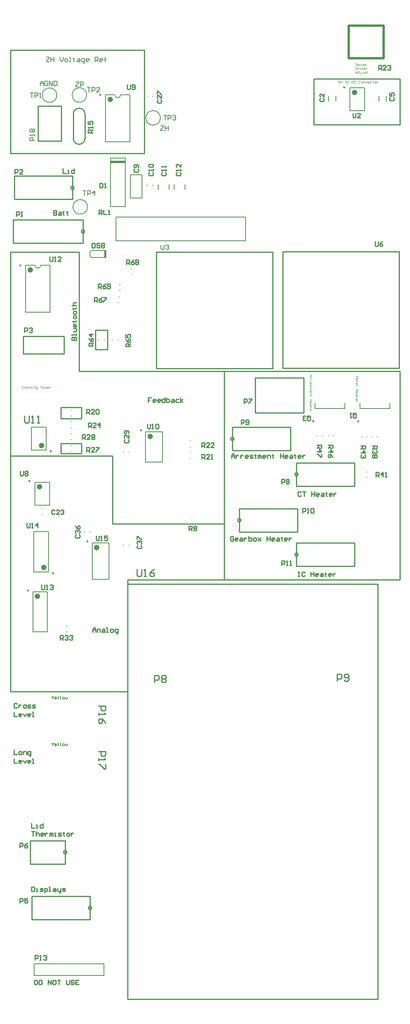
<source format=gbr>
G04 Layer_Color=65535*
%FSLAX26Y26*%
%MOIN*%
%TF.FileFunction,Legend,Top*%
%TF.Part,Single*%
G01*
G75*
%TA.AperFunction,NonConductor*%
%ADD76C,0.009842*%
%ADD78C,0.023622*%
%ADD79C,0.003937*%
%ADD80C,0.007874*%
%ADD82C,0.010000*%
%ADD83C,0.020000*%
%ADD147C,0.008000*%
%ADD148C,0.005000*%
%ADD149R,0.025600X0.007300*%
%ADD150R,0.018000X0.067000*%
%ADD151R,0.023000X0.006500*%
%ADD152R,0.125984X0.021654*%
D76*
X186764Y4524606D02*
G03*
X186764Y4524606I-4921J0D01*
G01*
X390701Y3733268D02*
G03*
X390701Y3733268I-4921J0D01*
G01*
X796606Y7838976D02*
G03*
X796606Y7838976I-4921J0D01*
G01*
X3012008Y5036220D02*
G03*
X3012008Y5036220I-4921J0D01*
G01*
X2626134Y5037401D02*
G03*
X2626134Y5037401I-4921J0D01*
G01*
X370819Y4780315D02*
G03*
X370819Y4780315I-4921J0D01*
G01*
X175937Y3583268D02*
G03*
X175937Y3583268I-4921J0D01*
G01*
X109599Y6375787D02*
G03*
X109599Y6375787I-4921J0D01*
G01*
X1145425Y4959843D02*
G03*
X1145425Y4959843I-4921J0D01*
G01*
X685780Y4005905D02*
G03*
X685780Y4005905I-4921J0D01*
G01*
X2891732Y7903543D02*
G03*
X2891732Y7903543I-4921J0D01*
G01*
D78*
X281252Y4474213D02*
G03*
X281252Y4474213I-11811J0D01*
G01*
X317866Y3781890D02*
G03*
X317866Y3781890I-11811J0D01*
G01*
X888535Y7799213D02*
G03*
X888535Y7799213I-11811J0D01*
G01*
X297984Y4828740D02*
G03*
X297984Y4828740I-11811J0D01*
G01*
X262551Y3534646D02*
G03*
X262551Y3534646I-11811J0D01*
G01*
X201528Y6336024D02*
G03*
X201528Y6336024I-11811J0D01*
G01*
X1232039Y4906693D02*
G03*
X1232039Y4906693I-11811J0D01*
G01*
X772394Y3952756D02*
G03*
X772394Y3952756I-11811J0D01*
G01*
X2988189Y7859055D02*
G03*
X2988189Y7859055I-11811J0D01*
G01*
D79*
X2837354Y7944225D02*
X2840634Y7940945D01*
X2847194Y7940945D01*
X2850473Y7944225D01*
X2850473Y7957344D01*
X2847194Y7960623D01*
X2840634Y7960623D01*
X2837354Y7957344D01*
X2837354Y7954064D01*
X2840634Y7950784D01*
X2850473Y7950784D01*
X2857033Y7960623D02*
X2857033Y7947504D01*
X2863592Y7940945D01*
X2870152Y7947504D01*
X2870152Y7960623D01*
X2896390Y7960623D02*
X2896390Y7940945D01*
X2906229Y7940945D01*
X2909509Y7944225D01*
X2909509Y7957344D01*
X2906229Y7960623D01*
X2896390Y7960623D01*
X2929188Y7957344D02*
X2925908Y7960623D01*
X2919349Y7960623D01*
X2916069Y7957344D01*
X2916069Y7944225D01*
X2919349Y7940945D01*
X2925908Y7940945D01*
X2929188Y7944225D01*
X2935747Y7950784D02*
X2948866Y7950784D01*
X2955426Y7960623D02*
X2955426Y7940945D01*
X2965265Y7940945D01*
X2968545Y7944225D01*
X2968545Y7957344D01*
X2965265Y7960623D01*
X2955426Y7960623D01*
X2988224Y7957344D02*
X2984944Y7960623D01*
X2978384Y7960623D01*
X2975104Y7957344D01*
X2975104Y7944225D01*
X2978384Y7940945D01*
X2984944Y7940945D01*
X2988224Y7944225D01*
X3027581Y7957344D02*
X3024301Y7960623D01*
X3017742Y7960623D01*
X3014462Y7957344D01*
X3014462Y7944225D01*
X3017742Y7940945D01*
X3024301Y7940945D01*
X3027581Y7944225D01*
X3037420Y7940945D02*
X3043980Y7940945D01*
X3047259Y7944225D01*
X3047259Y7950784D01*
X3043980Y7954064D01*
X3037420Y7954064D01*
X3034140Y7950784D01*
X3034140Y7944225D01*
X3037420Y7940945D01*
X3053819Y7940945D02*
X3053819Y7954064D01*
X3063658Y7954064D01*
X3066938Y7950784D01*
X3066938Y7940945D01*
X3073497Y7954064D02*
X3080057Y7940945D01*
X3086617Y7954064D01*
X3103015Y7940945D02*
X3096456Y7940945D01*
X3093176Y7944225D01*
X3093176Y7950784D01*
X3096456Y7954064D01*
X3103015Y7954064D01*
X3106295Y7950784D01*
X3106295Y7947504D01*
X3093176Y7947504D01*
X3112855Y7954064D02*
X3112855Y7940945D01*
X3112855Y7947504D01*
X3116135Y7950784D01*
X3119414Y7954064D01*
X3122694Y7954064D01*
X3135813Y7957344D02*
X3135813Y7954064D01*
X3132533Y7954064D01*
X3139093Y7954064D01*
X3135813Y7954064D01*
X3135813Y7944225D01*
X3139093Y7940945D01*
X3158771Y7940945D02*
X3152212Y7940945D01*
X3148932Y7944225D01*
X3148932Y7950784D01*
X3152212Y7954064D01*
X3158771Y7954064D01*
X3162051Y7950784D01*
X3162051Y7947504D01*
X3148932Y7947504D01*
X3168611Y7954064D02*
X3168611Y7940945D01*
X3168611Y7947504D01*
X3171891Y7950784D01*
X3175170Y7954064D01*
X3178450Y7954064D01*
X2984992Y5423228D02*
X3004671Y5423228D01*
X2998111Y5416669D01*
X3004671Y5410109D01*
X2984992Y5410109D01*
X2984992Y5393711D02*
X2984992Y5400270D01*
X2988272Y5403550D01*
X2994831Y5403550D01*
X2998111Y5400270D01*
X2998111Y5393711D01*
X2994831Y5390431D01*
X2991552Y5390431D01*
X2991552Y5403550D01*
X3001391Y5380591D02*
X2998111Y5380591D01*
X2998111Y5383871D01*
X2998111Y5377312D01*
X2998111Y5380591D01*
X2988272Y5380591D01*
X2984992Y5377312D01*
X2984992Y5357633D02*
X2984992Y5364193D01*
X2988272Y5367472D01*
X2994831Y5367472D01*
X2998111Y5364193D01*
X2998111Y5357633D01*
X2994831Y5354353D01*
X2991552Y5354353D01*
X2991552Y5367472D01*
X2998111Y5347794D02*
X2984992Y5347794D01*
X2991552Y5347794D01*
X2994831Y5344514D01*
X2998111Y5341234D01*
X2998111Y5337954D01*
X3004671Y5308436D02*
X2984992Y5308436D01*
X2994831Y5308436D01*
X2994831Y5295317D01*
X3004671Y5295317D01*
X2984992Y5295317D01*
X2984992Y5278919D02*
X2984992Y5285478D01*
X2988272Y5288758D01*
X2994831Y5288758D01*
X2998111Y5285478D01*
X2998111Y5278919D01*
X2994831Y5275639D01*
X2991552Y5275639D01*
X2991552Y5288758D01*
X2998111Y5265800D02*
X2998111Y5259240D01*
X2994831Y5255960D01*
X2984992Y5255960D01*
X2984992Y5265800D01*
X2988272Y5269079D01*
X2991552Y5265800D01*
X2991552Y5255960D01*
X3001391Y5246121D02*
X2998111Y5246121D01*
X2998111Y5249401D01*
X2998111Y5242841D01*
X2998111Y5246121D01*
X2988272Y5246121D01*
X2984992Y5242841D01*
X2984992Y5223163D02*
X2984992Y5229722D01*
X2988272Y5233002D01*
X2994831Y5233002D01*
X2998111Y5229722D01*
X2998111Y5223163D01*
X2994831Y5219883D01*
X2991552Y5219883D01*
X2991552Y5233002D01*
X2998111Y5213323D02*
X2984992Y5213323D01*
X2991552Y5213323D01*
X2994831Y5210043D01*
X2998111Y5206764D01*
X2998111Y5203484D01*
X133938Y5335950D02*
X130658Y5339230D01*
X124099Y5339230D01*
X120819Y5335950D01*
X120819Y5322831D01*
X124099Y5319552D01*
X130658Y5319552D01*
X133938Y5322831D01*
X143777Y5319552D02*
X150337Y5319552D01*
X153617Y5322831D01*
X153617Y5329391D01*
X150337Y5332671D01*
X143777Y5332671D01*
X140498Y5329391D01*
X140498Y5322831D01*
X143777Y5319552D01*
X160176Y5319552D02*
X160176Y5332671D01*
X170015Y5332671D01*
X173295Y5329391D01*
X173295Y5319552D01*
X179855Y5319552D02*
X179855Y5332671D01*
X189694Y5332671D01*
X192974Y5329391D01*
X192974Y5319552D01*
X199533Y5319552D02*
X206093Y5319552D01*
X202813Y5319552D01*
X202813Y5332671D01*
X199533Y5332671D01*
X215932Y5319552D02*
X215932Y5332671D01*
X225772Y5332671D01*
X229051Y5329391D01*
X229051Y5319552D01*
X242170Y5312992D02*
X245450Y5312992D01*
X248730Y5316272D01*
X248730Y5332671D01*
X238891Y5332671D01*
X235611Y5329391D01*
X235611Y5322831D01*
X238891Y5319552D01*
X248730Y5319552D01*
X274968Y5339230D02*
X288087Y5339230D01*
X281527Y5339230D01*
X281527Y5319552D01*
X297926Y5319552D02*
X304486Y5319552D01*
X307766Y5322831D01*
X307766Y5329391D01*
X304486Y5332671D01*
X297926Y5332671D01*
X294647Y5329391D01*
X294647Y5322831D01*
X297926Y5319552D01*
X314325Y5332671D02*
X314325Y5322831D01*
X317605Y5319552D01*
X320885Y5322831D01*
X324164Y5319552D01*
X327444Y5322831D01*
X327444Y5332671D01*
X343843Y5319552D02*
X337284Y5319552D01*
X334004Y5322831D01*
X334004Y5329391D01*
X337284Y5332671D01*
X343843Y5332671D01*
X347123Y5329391D01*
X347123Y5326111D01*
X334004Y5326111D01*
X353682Y5332671D02*
X353682Y5319552D01*
X353682Y5326111D01*
X356962Y5329391D01*
X360242Y5332671D01*
X363522Y5332671D01*
X2996143Y8104833D02*
X2992863Y8108112D01*
X2986303Y8108112D01*
X2983024Y8104833D01*
X2983024Y8101553D01*
X2986303Y8098273D01*
X2992863Y8098273D01*
X2996143Y8094993D01*
X2996143Y8091713D01*
X2992863Y8088434D01*
X2986303Y8088434D01*
X2983024Y8091713D01*
X3012541Y8088434D02*
X3005982Y8088434D01*
X3002702Y8091713D01*
X3002702Y8098273D01*
X3005982Y8101553D01*
X3012541Y8101553D01*
X3015821Y8098273D01*
X3015821Y8094993D01*
X3002702Y8094993D01*
X3022381Y8088434D02*
X3022381Y8101553D01*
X3032220Y8101553D01*
X3035500Y8098273D01*
X3035500Y8088434D01*
X3042059Y8088434D02*
X3051899Y8088434D01*
X3055178Y8091713D01*
X3051899Y8094993D01*
X3045339Y8094993D01*
X3042059Y8098273D01*
X3045339Y8101553D01*
X3055178Y8101553D01*
X3071577Y8088434D02*
X3065018Y8088434D01*
X3061738Y8091713D01*
X3061738Y8098273D01*
X3065018Y8101553D01*
X3071577Y8101553D01*
X3074857Y8098273D01*
X3074857Y8094993D01*
X3061738Y8094993D01*
X2992863Y8075049D02*
X2986303Y8075049D01*
X2983024Y8071770D01*
X2983024Y8058650D01*
X2986303Y8055371D01*
X2992863Y8055371D01*
X2996143Y8058650D01*
X2996143Y8071770D01*
X2992863Y8075049D01*
X3005982Y8055371D02*
X3005982Y8071770D01*
X3005982Y8065210D01*
X3002702Y8065210D01*
X3009262Y8065210D01*
X3005982Y8065210D01*
X3005982Y8071770D01*
X3009262Y8075049D01*
X3022381Y8055371D02*
X3022381Y8071770D01*
X3022381Y8065210D01*
X3019101Y8065210D01*
X3025661Y8065210D01*
X3022381Y8065210D01*
X3022381Y8071770D01*
X3025661Y8075049D01*
X3035500Y8055371D02*
X3045339Y8055371D01*
X3048619Y8058650D01*
X3045339Y8061930D01*
X3038780Y8061930D01*
X3035500Y8065210D01*
X3038780Y8068490D01*
X3048619Y8068490D01*
X3065018Y8055371D02*
X3058458Y8055371D01*
X3055179Y8058650D01*
X3055179Y8065210D01*
X3058458Y8068490D01*
X3065018Y8068490D01*
X3068298Y8065210D01*
X3068298Y8061930D01*
X3055179Y8061930D01*
X3078137Y8071770D02*
X3078137Y8068490D01*
X3074857Y8068490D01*
X3081417Y8068490D01*
X3078137Y8068490D01*
X3078137Y8058650D01*
X3081417Y8055371D01*
X2983024Y8022307D02*
X2983024Y8035427D01*
X2989583Y8041986D01*
X2996143Y8035427D01*
X2996143Y8022307D01*
X2996143Y8032147D01*
X2983024Y8032147D01*
X3015821Y8041986D02*
X3015821Y8022307D01*
X3005982Y8022307D01*
X3002702Y8025587D01*
X3002702Y8032147D01*
X3005982Y8035427D01*
X3015821Y8035427D01*
X3022381Y8015748D02*
X3025661Y8015748D01*
X3028940Y8019028D01*
X3028940Y8035427D01*
X3042059Y8035427D02*
X3042059Y8025587D01*
X3045339Y8022307D01*
X3055178Y8022307D01*
X3055178Y8035427D01*
X3061738Y8022307D02*
X3071577Y8022307D01*
X3074857Y8025587D01*
X3071577Y8028867D01*
X3065018Y8028867D01*
X3061738Y8032147D01*
X3065018Y8035427D01*
X3074857Y8035427D01*
X3084696Y8038706D02*
X3084696Y8035427D01*
X3081417Y8035427D01*
X3087976Y8035427D01*
X3084696Y8035427D01*
X3084696Y8025587D01*
X3087976Y8022307D01*
X2591291Y5433071D02*
X2604410Y5433071D01*
X2610970Y5426511D01*
X2604410Y5419952D01*
X2591291Y5419952D01*
X2601131Y5419952D01*
X2601131Y5433071D01*
X2604410Y5413392D02*
X2591291Y5413392D01*
X2597851Y5413392D01*
X2601131Y5410113D01*
X2604410Y5406833D01*
X2604410Y5403553D01*
X2604410Y5393714D02*
X2591291Y5393714D01*
X2597851Y5393714D01*
X2601131Y5390434D01*
X2604410Y5387154D01*
X2604410Y5383874D01*
X2591291Y5364196D02*
X2591291Y5370755D01*
X2594571Y5374035D01*
X2601131Y5374035D01*
X2604410Y5370755D01*
X2604410Y5364196D01*
X2601131Y5360916D01*
X2597851Y5360916D01*
X2597851Y5374035D01*
X2591291Y5354356D02*
X2591291Y5344517D01*
X2594571Y5341237D01*
X2597851Y5344517D01*
X2597851Y5351077D01*
X2601131Y5354356D01*
X2604410Y5351077D01*
X2604410Y5341237D01*
X2607690Y5331398D02*
X2604410Y5331398D01*
X2604410Y5334678D01*
X2604410Y5328118D01*
X2604410Y5331398D01*
X2594571Y5331398D01*
X2591291Y5328118D01*
X2591291Y5318279D02*
X2604410Y5318279D01*
X2604410Y5314999D01*
X2601131Y5311720D01*
X2591291Y5311720D01*
X2601131Y5311720D01*
X2604410Y5308440D01*
X2601131Y5305160D01*
X2591291Y5305160D01*
X2591291Y5288761D02*
X2591291Y5295321D01*
X2594571Y5298600D01*
X2601131Y5298600D01*
X2604410Y5295321D01*
X2604410Y5288761D01*
X2601131Y5285481D01*
X2597851Y5285481D01*
X2597851Y5298600D01*
X2591291Y5278922D02*
X2604410Y5278922D01*
X2604410Y5269083D01*
X2601131Y5265803D01*
X2591291Y5265803D01*
X2607690Y5255963D02*
X2604410Y5255963D01*
X2604410Y5259243D01*
X2604410Y5252684D01*
X2604410Y5255963D01*
X2594571Y5255963D01*
X2591291Y5252684D01*
X2610970Y5223166D02*
X2591291Y5223166D01*
X2601131Y5223166D01*
X2601131Y5210047D01*
X2610970Y5210047D01*
X2591291Y5210047D01*
X2591291Y5193648D02*
X2591291Y5200207D01*
X2594571Y5203487D01*
X2601131Y5203487D01*
X2604410Y5200207D01*
X2604410Y5193648D01*
X2601131Y5190368D01*
X2597851Y5190368D01*
X2597851Y5203487D01*
X2604410Y5180529D02*
X2604410Y5173969D01*
X2601131Y5170689D01*
X2591291Y5170689D01*
X2591291Y5180529D01*
X2594571Y5183809D01*
X2597851Y5180529D01*
X2597851Y5170689D01*
X2607690Y5160850D02*
X2604410Y5160850D01*
X2604410Y5164130D01*
X2604410Y5157570D01*
X2604410Y5160850D01*
X2594571Y5160850D01*
X2591291Y5157570D01*
X2591291Y5137892D02*
X2591291Y5144451D01*
X2594571Y5147731D01*
X2601131Y5147731D01*
X2604410Y5144451D01*
X2604410Y5137892D01*
X2601131Y5134612D01*
X2597851Y5134612D01*
X2597851Y5147731D01*
X2604410Y5128052D02*
X2591291Y5128052D01*
X2597851Y5128052D01*
X2601131Y5124773D01*
X2604410Y5121493D01*
X2604410Y5118213D01*
D80*
X681517Y6877000D02*
G03*
X681517Y6877000I-62402J0D01*
G01*
X916685Y7838583D02*
G03*
X966685Y7838583I25000J0D01*
G01*
X229677Y6375394D02*
G03*
X279677Y6375394I25000J0D01*
G01*
X1307402Y7641000D02*
G03*
X1307402Y7641000I-62402J0D01*
G01*
X674402Y7837000D02*
G03*
X674402Y7837000I-62402J0D01*
G01*
X417402Y7836000D02*
G03*
X417402Y7836000I-62402J0D01*
G01*
X2040306Y6587008D02*
X2040306Y6789764D01*
X926134Y6587008D02*
X2040306Y6587008D01*
X926134Y6587008D02*
X926134Y6789764D01*
X2040306Y6789764D01*
X957434Y6163386D02*
X961370Y6163386D01*
X957434Y6210630D02*
X961370Y6210630D01*
X655268Y4086612D02*
X655268Y4090550D01*
X704480Y4086612D02*
X704480Y4090550D01*
X3079478Y4557086D02*
X3083414Y4557086D01*
X3079478Y4604330D02*
X3083414Y4604330D01*
X1736962Y4155512D02*
X1736962Y4159450D01*
X1685782Y4155512D02*
X1685782Y4159450D01*
X500742Y3228348D02*
X504678Y3228348D01*
X500742Y3279528D02*
X504678Y3279528D01*
X1243852Y7826772D02*
X1243852Y7830708D01*
X1194638Y7826772D02*
X1194638Y7830708D01*
X1562354Y4868898D02*
X1566290Y4868898D01*
X1562354Y4817716D02*
X1566290Y4817716D01*
X1562356Y4768898D02*
X1566294Y4768898D01*
X1562356Y4717716D02*
X1566294Y4717716D01*
X292078Y4286420D02*
X296014Y4286420D01*
X292078Y4237206D02*
X296014Y4237206D01*
X990762Y4769032D02*
X990762Y4772970D01*
X1039974Y4769032D02*
X1039974Y4772970D01*
X1059664Y6344582D02*
X1063602Y6344582D01*
X1059664Y6301274D02*
X1063602Y6301274D01*
X824360Y278740D02*
X824360Y378740D01*
X224360Y278740D02*
X224360Y378740D01*
X824360Y378740D01*
X224360Y278740D02*
X824360Y278740D01*
X230072Y4316732D02*
X356056Y4316732D01*
X230072Y4513582D02*
X356056Y4513582D01*
X356056Y4316732D02*
X356056Y4513582D01*
X230072Y4316732D02*
X230072Y4513582D01*
X219442Y4087992D02*
X345426Y4087992D01*
X219442Y3743504D02*
X345426Y3743504D01*
X219442Y3743504D02*
X219442Y4087992D01*
X345426Y3743504D02*
X345426Y4087992D01*
X1192670Y7061022D02*
X1192670Y7064960D01*
X1241884Y7061022D02*
X1241884Y7064960D01*
X1149164Y6951180D02*
X1149164Y7151180D01*
X1049164Y7151180D02*
X1149164Y7151180D01*
X1049164Y6951180D02*
X1049164Y7151180D01*
X1049164Y6951180D02*
X1149164Y6951180D01*
X1382628Y7025590D02*
X1382628Y7068898D01*
X1288140Y7025590D02*
X1288140Y7068898D01*
X1425938Y7025592D02*
X1425938Y7068900D01*
X1520426Y7025592D02*
X1520426Y7068900D01*
X3248772Y7787400D02*
X3248772Y7830708D01*
X3185780Y7787400D02*
X3185780Y7830708D01*
X2752708Y7787402D02*
X2752708Y7830708D01*
X2815700Y7787402D02*
X2815700Y7830708D01*
X837356Y7437008D02*
X837356Y7838582D01*
X1046016Y7437008D02*
X1046016Y7838582D01*
X837356Y7838582D02*
X916686Y7838582D01*
X966686Y7838582D02*
X1046016Y7838582D01*
X837356Y7437008D02*
X1046016Y7437008D01*
X2752708Y4913384D02*
X2752708Y4917322D01*
X2796016Y4913384D02*
X2796016Y4917322D01*
X2654718Y4913032D02*
X2654718Y4916970D01*
X2698024Y4913032D02*
X2698024Y4916970D01*
X3126724Y4903542D02*
X3126724Y4907480D01*
X3170030Y4903542D02*
X3170030Y4907480D01*
X3038142Y4903544D02*
X3038142Y4907482D01*
X3081450Y4903544D02*
X3081450Y4907482D01*
X3021654Y5146456D02*
X3021654Y5191614D01*
X3021654Y5146456D02*
X3279134Y5146456D01*
X3279134Y5191614D01*
X2635778Y5147638D02*
X2635778Y5192796D01*
X2635778Y5147638D02*
X2893258Y5147638D01*
X2893258Y5192796D01*
X540110Y5082678D02*
X544048Y5082678D01*
X540110Y5133858D02*
X544048Y5133858D01*
X540110Y4980316D02*
X544048Y4980316D01*
X540110Y5031496D02*
X544048Y5031496D01*
X540110Y4775592D02*
X544048Y4775592D01*
X540110Y4826772D02*
X544048Y4826772D01*
X540110Y4877954D02*
X544048Y4877954D01*
X540110Y4929134D02*
X544048Y4929134D01*
X776332Y5736220D02*
X776332Y5740156D01*
X827514Y5736220D02*
X827514Y5740156D01*
X893778Y5737032D02*
X893778Y5740970D01*
X944960Y5737032D02*
X944960Y5740970D01*
X949558Y6106298D02*
X953496Y6106298D01*
X949558Y6055116D02*
X953496Y6055116D01*
X325544Y4789370D02*
X325544Y4986220D01*
X199560Y4789370D02*
X199560Y4986220D01*
X199560Y4789370D02*
X325544Y4789370D01*
X199560Y4986220D02*
X325544Y4986220D01*
X989912Y3972440D02*
X989912Y3976378D01*
X1039124Y3972440D02*
X1039124Y3976378D01*
X211370Y3228544D02*
X337354Y3228544D01*
X211370Y3573032D02*
X337354Y3573032D01*
X337354Y3228544D02*
X337354Y3573032D01*
X211370Y3228544D02*
X211370Y3573032D01*
X150348Y5973818D02*
X150348Y6375394D01*
X359010Y5973818D02*
X359010Y6375394D01*
X150348Y6375394D02*
X229680Y6375394D01*
X279680Y6375394D02*
X359010Y6375394D01*
X150348Y5973818D02*
X359010Y5973818D01*
X1004678Y6877952D02*
X1004678Y7295276D01*
X878692Y7295276D02*
X1004678Y7295276D01*
X878692Y6877952D02*
X878692Y7295276D01*
X878692Y6877952D02*
X1004678Y6877952D01*
X1180858Y4686220D02*
X1326528Y4686220D01*
X1180858Y4946064D02*
X1326528Y4946064D01*
X1326528Y4686220D02*
X1326528Y4946064D01*
X1180858Y4686220D02*
X1180858Y4946064D01*
X721212Y3681102D02*
X866882Y3681102D01*
X721212Y3992126D02*
X866882Y3992126D01*
X866882Y3681102D02*
X866882Y3992126D01*
X721212Y3681102D02*
X721212Y3992126D01*
X2937008Y7701574D02*
X2937008Y7898426D01*
X3062992Y7701574D02*
X3062992Y7898426D01*
X2937008Y7898426D02*
X3062992Y7898426D01*
X2937008Y7701574D02*
X3062992Y7701574D01*
X327874Y8161350D02*
X354112Y8161350D01*
X354112Y8154791D01*
X327874Y8128553D01*
X327874Y8121993D01*
X354112Y8121993D01*
X367231Y8161350D02*
X367231Y8121993D01*
X367231Y8141672D01*
X393470Y8141672D01*
X393470Y8161350D01*
X393470Y8121993D01*
X445946Y8161350D02*
X445946Y8135112D01*
X459065Y8121993D01*
X472184Y8135112D01*
X472184Y8161350D01*
X491863Y8121993D02*
X504982Y8121993D01*
X511542Y8128553D01*
X511542Y8141672D01*
X504982Y8148231D01*
X491863Y8148231D01*
X485304Y8141672D01*
X485304Y8128553D01*
X491863Y8121993D01*
X524661Y8121993D02*
X537780Y8121993D01*
X531221Y8121993D01*
X531221Y8161350D01*
X524661Y8161350D01*
X564018Y8154791D02*
X564018Y8148231D01*
X557459Y8148231D01*
X570578Y8148231D01*
X564018Y8148231D01*
X564018Y8128553D01*
X570578Y8121993D01*
X596816Y8148231D02*
X609935Y8148231D01*
X616495Y8141672D01*
X616495Y8121993D01*
X596816Y8121993D01*
X590257Y8128553D01*
X596816Y8135112D01*
X616495Y8135112D01*
X642733Y8108874D02*
X649293Y8108874D01*
X655852Y8115434D01*
X655852Y8148231D01*
X636174Y8148231D01*
X629614Y8141672D01*
X629614Y8128553D01*
X636174Y8121993D01*
X655852Y8121993D01*
X688650Y8121993D02*
X675531Y8121993D01*
X668971Y8128553D01*
X668971Y8141672D01*
X675531Y8148231D01*
X688650Y8148231D01*
X695210Y8141672D01*
X695210Y8135112D01*
X668971Y8135112D01*
X747686Y8121993D02*
X747686Y8161350D01*
X767365Y8161350D01*
X773924Y8154791D01*
X773924Y8141672D01*
X767365Y8135112D01*
X747686Y8135112D01*
X760805Y8135112D02*
X773924Y8121993D01*
X806722Y8121993D02*
X793603Y8121993D01*
X787044Y8128553D01*
X787044Y8141672D01*
X793603Y8148231D01*
X806722Y8148231D01*
X813282Y8141672D01*
X813282Y8135112D01*
X787044Y8135112D01*
X832961Y8121993D02*
X832961Y8154791D01*
X832961Y8141672D01*
X826401Y8141672D01*
X839520Y8141672D01*
X832961Y8141672D01*
X832961Y8154791D01*
X839520Y8161350D01*
X644115Y7016357D02*
X670353Y7016357D01*
X657234Y7016357D01*
X657234Y6977000D01*
X683472Y6977000D02*
X683472Y7016357D01*
X703151Y7016357D01*
X709711Y7009798D01*
X709711Y6996679D01*
X703151Y6990119D01*
X683472Y6990119D01*
X742509Y6977000D02*
X742509Y7016357D01*
X722830Y6996679D01*
X749068Y6996679D01*
X226000Y7447000D02*
X186643Y7447000D01*
X186643Y7466679D01*
X193202Y7473238D01*
X206321Y7473238D01*
X212881Y7466679D01*
X212881Y7447000D01*
X226000Y7486357D02*
X226000Y7499476D01*
X226000Y7492917D01*
X186643Y7492917D01*
X193202Y7486357D01*
X193202Y7519155D02*
X186643Y7525715D01*
X186643Y7538834D01*
X193202Y7545393D01*
X199762Y7545393D01*
X206321Y7538834D01*
X212881Y7545393D01*
X219440Y7545393D01*
X226000Y7538834D01*
X226000Y7525715D01*
X219440Y7519155D01*
X212881Y7519155D01*
X206321Y7525715D01*
X199762Y7519155D01*
X193202Y7519155D01*
X206321Y7525715D02*
X206321Y7538834D01*
X1312622Y6550924D02*
X1312622Y6518127D01*
X1319182Y6511567D01*
X1332301Y6511567D01*
X1338860Y6518127D01*
X1338860Y6550924D01*
X1351979Y6544365D02*
X1358539Y6550924D01*
X1371658Y6550924D01*
X1378218Y6544365D01*
X1378218Y6537805D01*
X1371658Y6531246D01*
X1365099Y6531246D01*
X1371658Y6531246D01*
X1378218Y6524686D01*
X1378218Y6518127D01*
X1371658Y6511567D01*
X1358539Y6511567D01*
X1351979Y6518127D01*
X190000Y7855357D02*
X216238Y7855357D01*
X203119Y7855357D01*
X203119Y7816000D01*
X229357Y7816000D02*
X229357Y7855357D01*
X249036Y7855357D01*
X255596Y7848798D01*
X255596Y7835679D01*
X249036Y7829119D01*
X229357Y7829119D01*
X268715Y7816000D02*
X281834Y7816000D01*
X275274Y7816000D01*
X275274Y7855357D01*
X268715Y7848798D01*
X681000Y7901357D02*
X707238Y7901357D01*
X694119Y7901357D01*
X694119Y7862000D01*
X720357Y7862000D02*
X720357Y7901357D01*
X740036Y7901357D01*
X746596Y7894798D01*
X746596Y7881679D01*
X740036Y7875119D01*
X720357Y7875119D01*
X785953Y7862000D02*
X759715Y7862000D01*
X785953Y7888238D01*
X785953Y7894798D01*
X779394Y7901357D01*
X766274Y7901357D01*
X759715Y7894798D01*
X1335000Y7661357D02*
X1361238Y7661357D01*
X1348119Y7661357D01*
X1348119Y7622000D01*
X1374357Y7622000D02*
X1374357Y7661357D01*
X1394036Y7661357D01*
X1400596Y7654798D01*
X1400596Y7641679D01*
X1394036Y7635119D01*
X1374357Y7635119D01*
X1413715Y7654798D02*
X1420274Y7661357D01*
X1433393Y7661357D01*
X1439953Y7654798D01*
X1439953Y7648238D01*
X1433393Y7641679D01*
X1426834Y7641679D01*
X1433393Y7641679D01*
X1439953Y7635119D01*
X1439953Y7628560D01*
X1433393Y7622000D01*
X1420274Y7622000D01*
X1413715Y7628560D01*
X1310000Y7572357D02*
X1336238Y7572357D01*
X1336238Y7565798D01*
X1310000Y7539560D01*
X1310000Y7533000D01*
X1336238Y7533000D01*
X1349357Y7572357D02*
X1349357Y7533000D01*
X1349357Y7552679D01*
X1375596Y7552679D01*
X1375596Y7572357D01*
X1375596Y7533000D01*
X275000Y7916000D02*
X275000Y7942238D01*
X288119Y7955357D01*
X301238Y7942238D01*
X301238Y7916000D01*
X301238Y7935679D01*
X275000Y7935679D01*
X340596Y7948798D02*
X334036Y7955357D01*
X320917Y7955357D01*
X314357Y7948798D01*
X314357Y7922560D01*
X320917Y7916000D01*
X334036Y7916000D01*
X340596Y7922560D01*
X340596Y7935679D01*
X327476Y7935679D01*
X353715Y7916000D02*
X353715Y7955357D01*
X379953Y7916000D01*
X379953Y7955357D01*
X393072Y7955357D02*
X393072Y7916000D01*
X412751Y7916000D01*
X419310Y7922560D01*
X419310Y7948798D01*
X412751Y7955357D01*
X393072Y7955357D01*
X580000Y7950357D02*
X606238Y7950357D01*
X606238Y7943798D01*
X580000Y7917560D01*
X580000Y7911000D01*
X606238Y7911000D01*
X619357Y7911000D02*
X619357Y7950357D01*
X639036Y7950357D01*
X645596Y7943798D01*
X645596Y7930679D01*
X639036Y7924119D01*
X619357Y7924119D01*
D82*
X717441Y859252D02*
G03*
X717441Y859252I-14142J0D01*
G01*
X503842Y1336410D02*
G03*
X503842Y1336410I-14142J0D01*
G01*
X559008Y7464345D02*
G03*
X659008Y7464345I50000J-250D01*
G01*
X659008Y7673845D02*
G03*
X559008Y7673845I-50000J250D01*
G01*
X657205Y6665158D02*
G03*
X657205Y6665158I-14142J0D01*
G01*
X2491654Y3891732D02*
G03*
X2491654Y3891732I-14142J0D01*
G01*
X565670Y7041339D02*
G03*
X565670Y7041339I-14142J0D01*
G01*
X2491654Y4580709D02*
G03*
X2491654Y4580709I-14142J0D01*
G01*
X1940473Y4885827D02*
G03*
X1940473Y4885827I-14142J0D01*
G01*
X1999528Y4187008D02*
G03*
X1999528Y4187008I-14142J0D01*
G01*
X703300Y759252D02*
X703300Y959252D01*
X203300Y959252D02*
X703300Y959252D01*
X203300Y759252D02*
X203300Y959252D01*
X203300Y759252D02*
X703300Y759252D01*
X489702Y1236410D02*
X489702Y1436410D01*
X189702Y1436410D02*
X489702Y1436410D01*
X189702Y1236410D02*
X189702Y1436410D01*
X189702Y1236410D02*
X489702Y1236410D01*
X1855622Y4154568D02*
X1855622Y5464568D01*
X895622Y4154568D02*
X1855622Y4154568D01*
X18456Y7336614D02*
X18456Y8222442D01*
X1168370Y8222442D01*
X1168370Y7336614D02*
X1168370Y8222442D01*
X18456Y7336614D02*
X1168370Y7336614D01*
X39224Y2715158D02*
X550444Y2715158D01*
X1855622Y3674568D02*
X1855622Y4154568D01*
X895622Y4154568D02*
X895622Y4740158D01*
X18456Y4740158D02*
X895622Y4740158D01*
X2626724Y7582678D02*
X3364914Y7582678D01*
X2626724Y7582678D02*
X2626724Y7976378D01*
X3364914Y7976378D01*
X3364914Y7582678D02*
X3364914Y7976378D01*
X915622Y4154568D02*
X1261528Y4154568D01*
X18456Y4740158D02*
X18456Y6490158D01*
X1261528Y4154568D02*
X1855622Y4154568D01*
X18456Y6490158D02*
X609008Y6490158D01*
X609008Y5464568D02*
X609008Y6490158D01*
X609008Y5464568D02*
X1855622Y5464568D01*
X3364914Y5464568D01*
X3364914Y5437008D02*
X3364914Y5464568D01*
X3364914Y3674568D02*
X3364914Y5437008D01*
X1855622Y3674568D02*
X3364914Y3674568D01*
X1855622Y3674568D02*
X1855622Y5464568D01*
X18456Y2715158D02*
X39224Y2715158D01*
X18456Y2715158D02*
X18456Y4733930D01*
X550444Y2715158D02*
X1026630Y2715158D01*
X451528Y5061024D02*
X451528Y5155512D01*
X451528Y5061024D02*
X628692Y5061024D01*
X628692Y5155512D01*
X451528Y5155512D02*
X628692Y5155512D01*
X451528Y4844488D02*
X628692Y4844488D01*
X628692Y4757874D02*
X628692Y4844488D01*
X451528Y4757874D02*
X628692Y4757874D01*
X451528Y4757874D02*
X451528Y4844488D01*
X853102Y5651574D02*
X853102Y5820866D01*
X750740Y5651574D02*
X853102Y5651574D01*
X750740Y5651574D02*
X750740Y5820866D01*
X853102Y5820866D01*
X3359402Y5491732D02*
X3359402Y6491732D01*
X2359402Y5766732D02*
X2359402Y6316732D01*
X2359402Y6491732D01*
X2509402Y6491732D02*
X3009402Y6491732D01*
X2359402Y5491732D02*
X2359402Y5766732D01*
X2359402Y5491732D02*
X3359402Y5491732D01*
X2359402Y6491732D02*
X2509402Y6491732D01*
X3009402Y6491732D02*
X3359402Y6491732D01*
X559008Y7464344D02*
X559008Y7673844D01*
X659008Y7464344D02*
X659008Y7673844D01*
X643064Y6565158D02*
X643064Y6765158D01*
X43064Y6765158D02*
X643064Y6765158D01*
X43064Y6565158D02*
X43064Y6765158D01*
X43064Y6565158D02*
X643064Y6565158D01*
X2477512Y3791732D02*
X2477512Y3991732D01*
X2477512Y3791732D02*
X2977512Y3791732D01*
X2977512Y3991732D01*
X2477512Y3991732D02*
X2977512Y3991732D01*
X551528Y6941338D02*
X551528Y7141338D01*
X51528Y7141338D02*
X551528Y7141338D01*
X51528Y6941338D02*
X51528Y7141338D01*
X51528Y6941338D02*
X551528Y6941338D01*
X2477512Y4480708D02*
X2477512Y4680708D01*
X2477512Y4480708D02*
X2977512Y4480708D01*
X2977512Y4680708D01*
X2477512Y4680708D02*
X2977512Y4680708D01*
X1926330Y4785826D02*
X1926330Y4985826D01*
X1926330Y4785826D02*
X2426330Y4785826D01*
X2426330Y4985826D01*
X1926330Y4985826D02*
X2426330Y4985826D01*
X1985386Y4087008D02*
X1985386Y4287008D01*
X1985386Y4087008D02*
X2485386Y4087008D01*
X2485386Y4287008D01*
X1985386Y4287008D02*
X2485386Y4287008D01*
X2538182Y5110630D02*
X2538182Y5410630D01*
X2123182Y5410630D02*
X2538182Y5410630D01*
X2123182Y5184630D02*
X2123182Y5410630D01*
X2197182Y5110630D02*
X2538182Y5110630D01*
X2123182Y5110630D02*
X2123182Y5184630D01*
X2123182Y5110630D02*
X2197182Y5110630D01*
X1273968Y5488190D02*
X2273968Y5488190D01*
X2273968Y6488190D01*
X1273968Y6488170D02*
X2273972Y6488190D01*
X1273968Y5488190D02*
X1273968Y6488190D01*
X1026630Y3674568D02*
X1855622Y3674568D01*
X1026630Y3640110D02*
X3175252Y3640110D01*
X1026630Y77118D02*
X2799268Y77118D01*
X1026630Y77118D02*
X1026630Y3640110D01*
X3175252Y77118D02*
X3175252Y3640110D01*
X2799268Y77118D02*
X3175252Y77118D01*
X1026630Y2714568D02*
X1026630Y3674568D01*
X256700Y7444094D02*
X256700Y7744094D01*
X456700Y7744094D01*
X456700Y7444094D02*
X456700Y7744094D01*
X256700Y7444094D02*
X456700Y7444094D01*
X480622Y5614568D02*
X480622Y5764568D01*
X130622Y5764568D02*
X480622Y5764568D01*
X130622Y5614568D02*
X130622Y5764568D01*
X130622Y5614568D02*
X480622Y5614568D01*
X1934872Y4041727D02*
X1928312Y4048287D01*
X1915193Y4048287D01*
X1908634Y4041727D01*
X1908634Y4015489D01*
X1915193Y4008929D01*
X1928312Y4008929D01*
X1934872Y4015489D01*
X1934872Y4028608D01*
X1921753Y4028608D01*
X1967670Y4008929D02*
X1954551Y4008929D01*
X1947991Y4015489D01*
X1947991Y4028608D01*
X1954551Y4035168D01*
X1967670Y4035168D01*
X1974229Y4028608D01*
X1974229Y4022048D01*
X1947991Y4022048D01*
X1993908Y4035168D02*
X2007027Y4035168D01*
X2013587Y4028608D01*
X2013587Y4008929D01*
X1993908Y4008929D01*
X1987348Y4015489D01*
X1993908Y4022048D01*
X2013587Y4022048D01*
X2026706Y4035168D02*
X2026706Y4008929D01*
X2026706Y4022048D01*
X2033265Y4028608D01*
X2039825Y4035168D01*
X2046384Y4035168D01*
X2066063Y4048287D02*
X2066063Y4008929D01*
X2085742Y4008929D01*
X2092301Y4015489D01*
X2092301Y4022048D01*
X2092301Y4028608D01*
X2085742Y4035168D01*
X2066063Y4035168D01*
X2111980Y4008929D02*
X2125099Y4008929D01*
X2131659Y4015489D01*
X2131659Y4028608D01*
X2125099Y4035168D01*
X2111980Y4035168D01*
X2105421Y4028608D01*
X2105421Y4015489D01*
X2111980Y4008929D01*
X2144778Y4035168D02*
X2171016Y4008929D01*
X2157897Y4022048D01*
X2171016Y4035168D01*
X2144778Y4008929D01*
X2223493Y4048287D02*
X2223493Y4008929D01*
X2223493Y4028608D01*
X2249731Y4028608D01*
X2249731Y4048287D01*
X2249731Y4008929D01*
X2282529Y4008929D02*
X2269410Y4008929D01*
X2262850Y4015489D01*
X2262850Y4028608D01*
X2269410Y4035168D01*
X2282529Y4035168D01*
X2289088Y4028608D01*
X2289088Y4022048D01*
X2262850Y4022048D01*
X2308767Y4035168D02*
X2321886Y4035168D01*
X2328446Y4028608D01*
X2328446Y4008929D01*
X2308767Y4008929D01*
X2302208Y4015489D01*
X2308767Y4022048D01*
X2328446Y4022048D01*
X2348125Y4041727D02*
X2348125Y4035168D01*
X2341565Y4035168D01*
X2354684Y4035168D01*
X2348125Y4035168D01*
X2348125Y4015489D01*
X2354684Y4008929D01*
X2394041Y4008929D02*
X2380922Y4008929D01*
X2374363Y4015489D01*
X2374363Y4028608D01*
X2380922Y4035168D01*
X2394041Y4035168D01*
X2400601Y4028608D01*
X2400601Y4022048D01*
X2374363Y4022048D01*
X2413720Y4035168D02*
X2413720Y4008929D01*
X2413720Y4022048D01*
X2420280Y4028608D01*
X2426839Y4035168D01*
X2433399Y4035168D01*
X725307Y3225875D02*
X725307Y3252113D01*
X738426Y3265232D01*
X751545Y3252113D01*
X751545Y3225875D01*
X751545Y3245554D01*
X725307Y3245554D01*
X764664Y3225875D02*
X764664Y3252113D01*
X784343Y3252113D01*
X790903Y3245554D01*
X790903Y3225875D01*
X810582Y3252113D02*
X823701Y3252113D01*
X830260Y3245554D01*
X830260Y3225875D01*
X810582Y3225875D01*
X804022Y3232435D01*
X810582Y3238994D01*
X830260Y3238994D01*
X843379Y3225875D02*
X856498Y3225875D01*
X849939Y3225875D01*
X849939Y3265232D01*
X843379Y3265232D01*
X882737Y3225875D02*
X895856Y3225875D01*
X902415Y3232435D01*
X902415Y3245554D01*
X895856Y3252113D01*
X882737Y3252113D01*
X876177Y3245554D01*
X876177Y3232435D01*
X882737Y3225875D01*
X928654Y3212756D02*
X935213Y3212756D01*
X941773Y3219315D01*
X941773Y3252113D01*
X922094Y3252113D01*
X915534Y3245554D01*
X915534Y3232435D01*
X922094Y3225875D01*
X941773Y3225875D01*
X1229301Y5239515D02*
X1203063Y5239515D01*
X1203063Y5219836D01*
X1216182Y5219836D01*
X1203063Y5219836D01*
X1203063Y5200158D01*
X1262099Y5200158D02*
X1248980Y5200158D01*
X1242420Y5206717D01*
X1242420Y5219836D01*
X1248980Y5226396D01*
X1262099Y5226396D01*
X1268659Y5219836D01*
X1268659Y5213277D01*
X1242420Y5213277D01*
X1301457Y5200158D02*
X1288337Y5200158D01*
X1281778Y5206717D01*
X1281778Y5219836D01*
X1288337Y5226396D01*
X1301457Y5226396D01*
X1308016Y5219836D01*
X1308016Y5213277D01*
X1281778Y5213277D01*
X1347373Y5239515D02*
X1347373Y5200158D01*
X1327695Y5200158D01*
X1321135Y5206717D01*
X1321135Y5219836D01*
X1327695Y5226396D01*
X1347373Y5226396D01*
X1360493Y5239515D02*
X1360493Y5200158D01*
X1380171Y5200158D01*
X1386731Y5206717D01*
X1386731Y5213277D01*
X1386731Y5219836D01*
X1380171Y5226396D01*
X1360493Y5226396D01*
X1406410Y5226396D02*
X1419529Y5226396D01*
X1426088Y5219836D01*
X1426088Y5200158D01*
X1406410Y5200158D01*
X1399850Y5206717D01*
X1406410Y5213277D01*
X1426088Y5213277D01*
X1465446Y5226396D02*
X1445767Y5226396D01*
X1439207Y5219836D01*
X1439207Y5206717D01*
X1445767Y5200158D01*
X1465446Y5200158D01*
X1478565Y5200158D02*
X1478565Y5239515D01*
X1478565Y5213277D02*
X1498244Y5226396D01*
X1478565Y5213277D02*
X1498244Y5200158D01*
X2489087Y3744239D02*
X2502206Y3744239D01*
X2495646Y3744239D01*
X2495646Y3704882D01*
X2489087Y3704882D01*
X2502206Y3704882D01*
X2548123Y3737680D02*
X2541563Y3744239D01*
X2528444Y3744239D01*
X2521884Y3737680D01*
X2521884Y3711441D01*
X2528444Y3704882D01*
X2541563Y3704882D01*
X2548123Y3711441D01*
X2600599Y3744239D02*
X2600599Y3704882D01*
X2600599Y3724561D01*
X2626837Y3724561D01*
X2626837Y3744239D01*
X2626837Y3704882D01*
X2659635Y3704882D02*
X2646516Y3704882D01*
X2639957Y3711441D01*
X2639957Y3724561D01*
X2646516Y3731120D01*
X2659635Y3731120D01*
X2666195Y3724561D01*
X2666195Y3718001D01*
X2639957Y3718001D01*
X2685874Y3731120D02*
X2698993Y3731120D01*
X2705552Y3724561D01*
X2705552Y3704882D01*
X2685874Y3704882D01*
X2679314Y3711441D01*
X2685874Y3718001D01*
X2705552Y3718001D01*
X2725231Y3737680D02*
X2725231Y3731120D01*
X2718671Y3731120D01*
X2731791Y3731120D01*
X2725231Y3731120D01*
X2725231Y3711441D01*
X2731791Y3704882D01*
X2771148Y3704882D02*
X2758029Y3704882D01*
X2751469Y3711441D01*
X2751469Y3724561D01*
X2758029Y3731120D01*
X2771148Y3731120D01*
X2777707Y3724561D01*
X2777707Y3718001D01*
X2751469Y3718001D01*
X2790827Y3731120D02*
X2790827Y3704882D01*
X2790827Y3718001D01*
X2797386Y3724561D01*
X2803946Y3731120D01*
X2810505Y3731120D01*
X199700Y1586996D02*
X199700Y1547639D01*
X225938Y1547639D01*
X239057Y1547639D02*
X252177Y1547639D01*
X245617Y1547639D01*
X245617Y1573877D01*
X239057Y1573877D01*
X298093Y1586996D02*
X298093Y1547639D01*
X278415Y1547639D01*
X271855Y1554198D01*
X271855Y1567318D01*
X278415Y1573877D01*
X298093Y1573877D01*
X199700Y1515767D02*
X225938Y1515767D01*
X212819Y1515767D01*
X212819Y1476410D01*
X239057Y1515767D02*
X239057Y1476410D01*
X239057Y1496089D01*
X245617Y1502648D01*
X258736Y1502648D01*
X265296Y1496089D01*
X265296Y1476410D01*
X298094Y1476410D02*
X284974Y1476410D01*
X278415Y1482970D01*
X278415Y1496089D01*
X284974Y1502648D01*
X298094Y1502648D01*
X304653Y1496089D01*
X304653Y1489529D01*
X278415Y1489529D01*
X317772Y1502648D02*
X317772Y1476410D01*
X317772Y1489529D01*
X324332Y1496089D01*
X330891Y1502648D01*
X337451Y1502648D01*
X357130Y1476410D02*
X357130Y1502648D01*
X363689Y1502648D01*
X370249Y1496089D01*
X370249Y1476410D01*
X370249Y1496089D01*
X376808Y1502648D01*
X383368Y1496089D01*
X383368Y1476410D01*
X396487Y1476410D02*
X409606Y1476410D01*
X403047Y1476410D01*
X403047Y1502648D01*
X396487Y1502648D01*
X429285Y1476410D02*
X448964Y1476410D01*
X455523Y1482970D01*
X448964Y1489529D01*
X435844Y1489529D01*
X429285Y1496089D01*
X435844Y1502648D01*
X455523Y1502648D01*
X475202Y1509208D02*
X475202Y1502648D01*
X468642Y1502648D01*
X481761Y1502648D01*
X475202Y1502648D01*
X475202Y1482970D01*
X481761Y1476410D01*
X508000Y1476410D02*
X521119Y1476410D01*
X527678Y1482970D01*
X527678Y1496089D01*
X521119Y1502648D01*
X508000Y1502648D01*
X501440Y1496089D01*
X501440Y1482970D01*
X508000Y1476410D01*
X540797Y1502648D02*
X540797Y1476410D01*
X540797Y1489529D01*
X547357Y1496089D01*
X553917Y1502648D01*
X560476Y1502648D01*
X2515325Y4426656D02*
X2508765Y4433216D01*
X2495646Y4433216D01*
X2489087Y4426656D01*
X2489087Y4400418D01*
X2495646Y4393858D01*
X2508765Y4393858D01*
X2515325Y4400418D01*
X2528444Y4433216D02*
X2554682Y4433216D01*
X2541563Y4433216D01*
X2541563Y4393858D01*
X2607159Y4433216D02*
X2607159Y4393858D01*
X2607159Y4413537D01*
X2633397Y4413537D01*
X2633397Y4433216D01*
X2633397Y4393858D01*
X2666195Y4393858D02*
X2653076Y4393858D01*
X2646516Y4400418D01*
X2646516Y4413537D01*
X2653076Y4420096D01*
X2666195Y4420096D01*
X2672754Y4413537D01*
X2672754Y4406977D01*
X2646516Y4406977D01*
X2692433Y4420096D02*
X2705552Y4420096D01*
X2712112Y4413537D01*
X2712112Y4393858D01*
X2692433Y4393858D01*
X2685874Y4400418D01*
X2692433Y4406977D01*
X2712112Y4406977D01*
X2731791Y4426656D02*
X2731791Y4420096D01*
X2725231Y4420096D01*
X2738350Y4420096D01*
X2731791Y4420096D01*
X2731791Y4400418D01*
X2738350Y4393858D01*
X2777707Y4393858D02*
X2764588Y4393858D01*
X2758029Y4400418D01*
X2758029Y4413537D01*
X2764588Y4420096D01*
X2777707Y4420096D01*
X2784267Y4413537D01*
X2784267Y4406977D01*
X2758029Y4406977D01*
X2797386Y4420096D02*
X2797386Y4393858D01*
X2797386Y4406977D01*
X2803946Y4413537D01*
X2810505Y4420096D01*
X2817065Y4420096D01*
X1918220Y4718661D02*
X1918220Y4744900D01*
X1931340Y4758019D01*
X1944459Y4744900D01*
X1944459Y4718661D01*
X1944459Y4738340D01*
X1918220Y4738340D01*
X1957578Y4744900D02*
X1957578Y4718661D01*
X1957578Y4731780D01*
X1964138Y4738340D01*
X1970697Y4744900D01*
X1977257Y4744900D01*
X1996935Y4744900D02*
X1996935Y4718661D01*
X1996935Y4731780D01*
X2003495Y4738340D01*
X2010054Y4744900D01*
X2016614Y4744900D01*
X2055971Y4718661D02*
X2042852Y4718661D01*
X2036293Y4725221D01*
X2036293Y4738340D01*
X2042852Y4744900D01*
X2055971Y4744900D01*
X2062531Y4738340D01*
X2062531Y4731780D01*
X2036293Y4731780D01*
X2075650Y4718661D02*
X2095329Y4718661D01*
X2101888Y4725221D01*
X2095329Y4731780D01*
X2082210Y4731780D01*
X2075650Y4738340D01*
X2082210Y4744900D01*
X2101888Y4744900D01*
X2121567Y4751459D02*
X2121567Y4744900D01*
X2115008Y4744900D01*
X2128127Y4744900D01*
X2121567Y4744900D01*
X2121567Y4725221D01*
X2128127Y4718661D01*
X2147805Y4718661D02*
X2147805Y4744900D01*
X2154365Y4744900D01*
X2160924Y4738340D01*
X2160924Y4718661D01*
X2160924Y4738340D01*
X2167484Y4744900D01*
X2174044Y4738340D01*
X2174044Y4718661D01*
X2206841Y4718661D02*
X2193722Y4718661D01*
X2187163Y4725221D01*
X2187163Y4738340D01*
X2193722Y4744900D01*
X2206841Y4744900D01*
X2213401Y4738340D01*
X2213401Y4731780D01*
X2187163Y4731780D01*
X2226520Y4718661D02*
X2226520Y4744900D01*
X2246199Y4744900D01*
X2252758Y4738340D01*
X2252758Y4718661D01*
X2272437Y4751459D02*
X2272437Y4744900D01*
X2265878Y4744900D01*
X2278997Y4744900D01*
X2272437Y4744900D01*
X2272437Y4725221D01*
X2278997Y4718661D01*
X2338033Y4758019D02*
X2338033Y4718661D01*
X2338033Y4738340D01*
X2364271Y4738340D01*
X2364271Y4758019D01*
X2364271Y4718661D01*
X2397069Y4718661D02*
X2383950Y4718661D01*
X2377390Y4725221D01*
X2377390Y4738340D01*
X2383950Y4744900D01*
X2397069Y4744900D01*
X2403628Y4738340D01*
X2403628Y4731780D01*
X2377390Y4731780D01*
X2423307Y4744900D02*
X2436426Y4744900D01*
X2442986Y4738340D01*
X2442986Y4718661D01*
X2423307Y4718661D01*
X2416747Y4725221D01*
X2423307Y4731780D01*
X2442986Y4731780D01*
X2462664Y4751459D02*
X2462664Y4744900D01*
X2456105Y4744900D01*
X2469224Y4744900D01*
X2462664Y4744900D01*
X2462664Y4725221D01*
X2469224Y4718661D01*
X2508581Y4718661D02*
X2495462Y4718661D01*
X2488903Y4725221D01*
X2488903Y4738340D01*
X2495462Y4744900D01*
X2508581Y4744900D01*
X2515141Y4738340D01*
X2515141Y4731780D01*
X2488903Y4731780D01*
X2528260Y4744900D02*
X2528260Y4718661D01*
X2528260Y4731780D01*
X2534820Y4738340D01*
X2541379Y4744900D01*
X2547939Y4744900D01*
X774700Y2201410D02*
X834681Y2201410D01*
X834681Y2171420D01*
X824684Y2161423D01*
X804690Y2161423D01*
X794693Y2171420D01*
X794693Y2201410D01*
X774700Y2141429D02*
X774700Y2121436D01*
X774700Y2131433D01*
X834681Y2131433D01*
X824684Y2141429D01*
X834681Y2091446D02*
X834681Y2051459D01*
X824684Y2051459D01*
X784697Y2091446D01*
X774700Y2091446D01*
X774700Y2591410D02*
X834681Y2591410D01*
X834681Y2561420D01*
X824684Y2551423D01*
X804690Y2551423D01*
X794693Y2561420D01*
X794693Y2591410D01*
X774700Y2531429D02*
X774700Y2511436D01*
X774700Y2521433D01*
X834681Y2521433D01*
X824684Y2531429D01*
X834681Y2441459D02*
X824684Y2461452D01*
X804690Y2481446D01*
X784697Y2481446D01*
X774700Y2471449D01*
X774700Y2451455D01*
X784697Y2441459D01*
X794693Y2441459D01*
X804690Y2451455D01*
X804690Y2481446D01*
X3181700Y8052410D02*
X3181700Y8091767D01*
X3201379Y8091767D01*
X3207938Y8085208D01*
X3207938Y8072089D01*
X3201379Y8065529D01*
X3181700Y8065529D01*
X3194819Y8065529D02*
X3207938Y8052410D01*
X3247296Y8052410D02*
X3221057Y8052410D01*
X3247296Y8078648D01*
X3247296Y8085208D01*
X3240736Y8091767D01*
X3227617Y8091767D01*
X3221057Y8085208D01*
X3260415Y8085208D02*
X3266974Y8091767D01*
X3280093Y8091767D01*
X3286653Y8085208D01*
X3286653Y8078648D01*
X3280093Y8072089D01*
X3273534Y8072089D01*
X3280093Y8072089D01*
X3286653Y8065529D01*
X3286653Y8058970D01*
X3280093Y8052410D01*
X3266974Y8052410D01*
X3260415Y8058970D01*
X779622Y6811567D02*
X779622Y6850924D01*
X799301Y6850924D01*
X805860Y6844365D01*
X805860Y6831246D01*
X799301Y6824686D01*
X779622Y6824686D01*
X792741Y6824686D02*
X805860Y6811567D01*
X818980Y6850924D02*
X818980Y6811567D01*
X845218Y6811567D01*
X858337Y6811567D02*
X871456Y6811567D01*
X864896Y6811567D01*
X864896Y6850924D01*
X858337Y6844365D01*
X2026331Y5190945D02*
X2026331Y5230302D01*
X2046009Y5230302D01*
X2052569Y5223743D01*
X2052569Y5210624D01*
X2046009Y5204064D01*
X2026331Y5204064D01*
X2065688Y5230302D02*
X2091926Y5230302D01*
X2091926Y5223743D01*
X2065688Y5197505D01*
X2065688Y5190945D01*
X2528634Y4248929D02*
X2528634Y4288287D01*
X2548312Y4288287D01*
X2554872Y4281727D01*
X2554872Y4268608D01*
X2548312Y4262048D01*
X2528634Y4262048D01*
X2567991Y4248929D02*
X2581110Y4248929D01*
X2574551Y4248929D01*
X2574551Y4288287D01*
X2567991Y4281727D01*
X2600789Y4281727D02*
X2607348Y4288287D01*
X2620468Y4288287D01*
X2627027Y4281727D01*
X2627027Y4255489D01*
X2620468Y4248929D01*
X2607348Y4248929D01*
X2600789Y4255489D01*
X2600789Y4281727D01*
X2001370Y5009000D02*
X2001370Y5048357D01*
X2021049Y5048357D01*
X2027608Y5041798D01*
X2027608Y5028679D01*
X2021049Y5022119D01*
X2001370Y5022119D01*
X2040727Y5015560D02*
X2047287Y5009000D01*
X2060406Y5009000D01*
X2066966Y5015560D01*
X2066966Y5041798D01*
X2060406Y5048357D01*
X2047287Y5048357D01*
X2040727Y5041798D01*
X2040727Y5035238D01*
X2047287Y5028679D01*
X2066966Y5028679D01*
X2348634Y4498929D02*
X2348634Y4538287D01*
X2368312Y4538287D01*
X2374872Y4531727D01*
X2374872Y4518608D01*
X2368312Y4512048D01*
X2348634Y4512048D01*
X2387991Y4531727D02*
X2394551Y4538287D01*
X2407670Y4538287D01*
X2414229Y4531727D01*
X2414229Y4525167D01*
X2407670Y4518608D01*
X2414229Y4512048D01*
X2414229Y4505489D01*
X2407670Y4498929D01*
X2394551Y4498929D01*
X2387991Y4505489D01*
X2387991Y4512048D01*
X2394551Y4518608D01*
X2387991Y4525167D01*
X2387991Y4531727D01*
X2394551Y4518608D02*
X2407670Y4518608D01*
X99700Y1376410D02*
X99700Y1415767D01*
X119379Y1415767D01*
X125938Y1409208D01*
X125938Y1396089D01*
X119379Y1389529D01*
X99700Y1389529D01*
X165296Y1415767D02*
X152177Y1409208D01*
X139057Y1396089D01*
X139057Y1382970D01*
X145617Y1376410D01*
X158736Y1376410D01*
X165296Y1382970D01*
X165296Y1389529D01*
X158736Y1396089D01*
X139057Y1396089D01*
X139622Y5798567D02*
X139622Y5837924D01*
X159301Y5837924D01*
X165860Y5831365D01*
X165860Y5818246D01*
X159301Y5811686D01*
X139622Y5811686D01*
X178980Y5831365D02*
X185539Y5837924D01*
X198658Y5837924D01*
X205218Y5831365D01*
X205218Y5824805D01*
X198658Y5818246D01*
X192099Y5818246D01*
X198658Y5818246D01*
X205218Y5811686D01*
X205218Y5805127D01*
X198658Y5798567D01*
X185539Y5798567D01*
X178980Y5805127D01*
X2570959Y5076118D02*
X2570959Y5049879D01*
X2577518Y5043320D01*
X2590637Y5043320D01*
X2597197Y5049879D01*
X2597197Y5076118D01*
X2590637Y5082677D01*
X2577518Y5082677D01*
X2584078Y5069558D02*
X2570959Y5082677D01*
X2577518Y5082677D02*
X2570959Y5076118D01*
X2557840Y5049879D02*
X2551280Y5043320D01*
X2538161Y5043320D01*
X2531601Y5049879D01*
X2531601Y5056439D01*
X2538161Y5062998D01*
X2544720Y5062998D01*
X2538161Y5062998D01*
X2531601Y5069558D01*
X2531601Y5076118D01*
X2538161Y5082677D01*
X2551280Y5082677D01*
X2557840Y5076118D01*
X159441Y4162153D02*
X159441Y4129355D01*
X166001Y4122795D01*
X179120Y4122795D01*
X185679Y4129355D01*
X185679Y4162153D01*
X198798Y4122795D02*
X211917Y4122795D01*
X205358Y4122795D01*
X205358Y4162153D01*
X198798Y4155593D01*
X251275Y4122795D02*
X251275Y4162153D01*
X231596Y4142474D01*
X257834Y4142474D01*
X286173Y3631877D02*
X286173Y3599079D01*
X292733Y3592520D01*
X305852Y3592520D01*
X312411Y3599079D01*
X312411Y3631877D01*
X325531Y3592520D02*
X338650Y3592520D01*
X332090Y3592520D01*
X332090Y3631877D01*
X325531Y3625318D01*
X358328Y3625318D02*
X364888Y3631877D01*
X378007Y3631877D01*
X384567Y3625318D01*
X384567Y3618758D01*
X378007Y3612198D01*
X371447Y3612198D01*
X378007Y3612198D01*
X384567Y3605639D01*
X384567Y3599079D01*
X378007Y3592520D01*
X364888Y3592520D01*
X358328Y3599079D01*
X447591Y3159449D02*
X447591Y3198806D01*
X467269Y3198806D01*
X473829Y3192247D01*
X473829Y3179128D01*
X467269Y3172568D01*
X447591Y3172568D01*
X460710Y3172568D02*
X473829Y3159449D01*
X486948Y3192247D02*
X493508Y3198806D01*
X506627Y3198806D01*
X513186Y3192247D01*
X513186Y3185687D01*
X506627Y3179128D01*
X500067Y3179128D01*
X506627Y3179128D01*
X513186Y3172568D01*
X513186Y3166008D01*
X506627Y3159449D01*
X493508Y3159449D01*
X486948Y3166008D01*
X526305Y3192247D02*
X532865Y3198806D01*
X545984Y3198806D01*
X552544Y3192247D01*
X552544Y3185687D01*
X545984Y3179128D01*
X539424Y3179128D01*
X545984Y3179128D01*
X552544Y3172568D01*
X552544Y3166008D01*
X545984Y3159449D01*
X532865Y3159449D01*
X526305Y3166008D01*
X1112824Y3970805D02*
X1106265Y3964246D01*
X1106265Y3951127D01*
X1112824Y3944567D01*
X1139062Y3944567D01*
X1145622Y3951127D01*
X1145622Y3964246D01*
X1139062Y3970805D01*
X1112824Y3983924D02*
X1106265Y3990484D01*
X1106265Y4003603D01*
X1112824Y4010163D01*
X1119384Y4010163D01*
X1125943Y4003603D01*
X1125943Y3997044D01*
X1125943Y4003603D01*
X1132503Y4010163D01*
X1139062Y4010163D01*
X1145622Y4003603D01*
X1145622Y3990484D01*
X1139062Y3983924D01*
X1106265Y4023282D02*
X1106265Y4049520D01*
X1112824Y4049520D01*
X1139062Y4023282D01*
X1145622Y4023282D01*
X584084Y4061671D02*
X577524Y4055112D01*
X577524Y4041993D01*
X584084Y4035433D01*
X610322Y4035433D01*
X616882Y4041993D01*
X616882Y4055112D01*
X610322Y4061671D01*
X584084Y4074791D02*
X577524Y4081350D01*
X577524Y4094469D01*
X584084Y4101029D01*
X590644Y4101029D01*
X597203Y4094469D01*
X597203Y4087910D01*
X597203Y4094469D01*
X603763Y4101029D01*
X610322Y4101029D01*
X616882Y4094469D01*
X616882Y4081350D01*
X610322Y4074791D01*
X577524Y4140386D02*
X584084Y4127267D01*
X597203Y4114148D01*
X610322Y4114148D01*
X616882Y4120708D01*
X616882Y4133827D01*
X610322Y4140386D01*
X603763Y4140386D01*
X597203Y4133827D01*
X597203Y4114148D01*
X355370Y6450357D02*
X355370Y6417560D01*
X361930Y6411000D01*
X375049Y6411000D01*
X381608Y6417560D01*
X381608Y6450357D01*
X394728Y6411000D02*
X407847Y6411000D01*
X401287Y6411000D01*
X401287Y6450357D01*
X394728Y6443798D01*
X453764Y6411000D02*
X427525Y6411000D01*
X453764Y6437238D01*
X453764Y6443798D01*
X447204Y6450357D01*
X434085Y6450357D01*
X427525Y6443798D01*
X1022394Y7927153D02*
X1022394Y7894355D01*
X1028953Y7887795D01*
X1042072Y7887795D01*
X1048632Y7894355D01*
X1048632Y7927153D01*
X1061751Y7894355D02*
X1068311Y7887795D01*
X1081430Y7887795D01*
X1087989Y7894355D01*
X1087989Y7920593D01*
X1081430Y7927153D01*
X1068311Y7927153D01*
X1061751Y7920593D01*
X1061751Y7914033D01*
X1068311Y7907474D01*
X1087989Y7907474D01*
X104087Y4608058D02*
X104087Y4575260D01*
X110646Y4568701D01*
X123765Y4568701D01*
X130325Y4575260D01*
X130325Y4608058D01*
X143444Y4601499D02*
X150004Y4608058D01*
X163123Y4608058D01*
X169682Y4601499D01*
X169682Y4594939D01*
X163123Y4588380D01*
X169682Y4581820D01*
X169682Y4575260D01*
X163123Y4568701D01*
X150004Y4568701D01*
X143444Y4575260D01*
X143444Y4581820D01*
X150004Y4588380D01*
X143444Y4594939D01*
X143444Y4601499D01*
X150004Y4588380D02*
X163123Y4588380D01*
X1553890Y4098425D02*
X1553890Y4137783D01*
X1573569Y4137783D01*
X1580128Y4131223D01*
X1580128Y4118104D01*
X1573569Y4111544D01*
X1553890Y4111544D01*
X1567009Y4111544D02*
X1580128Y4098425D01*
X1593247Y4131223D02*
X1599807Y4137783D01*
X1612926Y4137783D01*
X1619485Y4131223D01*
X1619485Y4124663D01*
X1612926Y4118104D01*
X1619485Y4111544D01*
X1619485Y4104985D01*
X1612926Y4098425D01*
X1599807Y4098425D01*
X1593247Y4104985D01*
X1593247Y4111544D01*
X1599807Y4118104D01*
X1593247Y4124663D01*
X1593247Y4131223D01*
X1599807Y4118104D02*
X1612926Y4118104D01*
X2652634Y4833929D02*
X2691991Y4833929D01*
X2691991Y4814251D01*
X2685431Y4807691D01*
X2672312Y4807691D01*
X2665753Y4814251D01*
X2665753Y4833929D01*
X2665753Y4820810D02*
X2652634Y4807691D01*
X2652634Y4774893D02*
X2691991Y4774893D01*
X2672312Y4794572D01*
X2672312Y4768334D01*
X2691991Y4755215D02*
X2691991Y4728976D01*
X2685431Y4728976D01*
X2659193Y4755215D01*
X2652634Y4755215D01*
X3160189Y4561024D02*
X3160189Y4600381D01*
X3179868Y4600381D01*
X3186427Y4593821D01*
X3186427Y4580702D01*
X3179868Y4574143D01*
X3160189Y4574143D01*
X3173308Y4574143D02*
X3186427Y4561024D01*
X3219225Y4561024D02*
X3219225Y4600381D01*
X3199546Y4580702D01*
X3225785Y4580702D01*
X3238904Y4561024D02*
X3252023Y4561024D01*
X3245463Y4561024D01*
X3245463Y4600381D01*
X3238904Y4593821D01*
X2750740Y4832677D02*
X2790097Y4832677D01*
X2790097Y4812999D01*
X2783538Y4806439D01*
X2770419Y4806439D01*
X2763859Y4812999D01*
X2763859Y4832677D01*
X2763859Y4819558D02*
X2750740Y4806439D01*
X2750740Y4773641D02*
X2790097Y4773641D01*
X2770419Y4793320D01*
X2770419Y4767082D01*
X2790097Y4727724D02*
X2783538Y4740843D01*
X2770419Y4753962D01*
X2757300Y4753962D01*
X2750740Y4747403D01*
X2750740Y4734284D01*
X2757300Y4727724D01*
X2763859Y4727724D01*
X2770419Y4734284D01*
X2770419Y4753962D01*
X1662748Y4813780D02*
X1662748Y4853137D01*
X1682427Y4853137D01*
X1688986Y4846577D01*
X1688986Y4833458D01*
X1682427Y4826899D01*
X1662748Y4826899D01*
X1675867Y4826899D02*
X1688986Y4813780D01*
X1728344Y4813780D02*
X1702105Y4813780D01*
X1728344Y4840018D01*
X1728344Y4846577D01*
X1721784Y4853137D01*
X1708665Y4853137D01*
X1702105Y4846577D01*
X1767701Y4813780D02*
X1741463Y4813780D01*
X1767701Y4840018D01*
X1767701Y4846577D01*
X1761141Y4853137D01*
X1748022Y4853137D01*
X1741463Y4846577D01*
X1662748Y4713780D02*
X1662748Y4753137D01*
X1682427Y4753137D01*
X1688986Y4746578D01*
X1688986Y4733458D01*
X1682427Y4726899D01*
X1662748Y4726899D01*
X1675867Y4726899D02*
X1688986Y4713780D01*
X1728344Y4713780D02*
X1702105Y4713780D01*
X1728344Y4740018D01*
X1728344Y4746578D01*
X1721784Y4753137D01*
X1708665Y4753137D01*
X1702105Y4746578D01*
X1741463Y4713780D02*
X1754582Y4713780D01*
X1748022Y4713780D01*
X1748022Y4753137D01*
X1741463Y4746578D01*
X727118Y7513780D02*
X687761Y7513780D01*
X687761Y7533458D01*
X694320Y7540018D01*
X707439Y7540018D01*
X713999Y7533458D01*
X713999Y7513780D01*
X713999Y7526899D02*
X727118Y7540018D01*
X727118Y7553137D02*
X727118Y7566256D01*
X727118Y7559697D01*
X687761Y7559697D01*
X694320Y7553137D01*
X687761Y7612173D02*
X687761Y7585935D01*
X707439Y7585935D01*
X700880Y7599054D01*
X700880Y7605614D01*
X707439Y7612173D01*
X720559Y7612173D01*
X727118Y7605614D01*
X727118Y7592494D01*
X720559Y7585935D01*
X3030268Y4826772D02*
X3069625Y4826772D01*
X3069625Y4807093D01*
X3063066Y4800533D01*
X3049946Y4800533D01*
X3043387Y4807093D01*
X3043387Y4826772D01*
X3043387Y4813653D02*
X3030268Y4800533D01*
X3030268Y4767736D02*
X3069625Y4767736D01*
X3049946Y4787414D01*
X3049946Y4761176D01*
X3063066Y4748057D02*
X3069625Y4741497D01*
X3069625Y4728378D01*
X3063066Y4721819D01*
X3056506Y4721819D01*
X3049946Y4728378D01*
X3049946Y4734938D01*
X3049946Y4728378D01*
X3043387Y4721819D01*
X3036827Y4721819D01*
X3030268Y4728378D01*
X3030268Y4741497D01*
X3036827Y4748057D01*
X3128693Y4826772D02*
X3168050Y4826772D01*
X3168050Y4807093D01*
X3161491Y4800533D01*
X3148372Y4800533D01*
X3141812Y4807093D01*
X3141812Y4826772D01*
X3141812Y4813653D02*
X3128693Y4800533D01*
X3161491Y4787414D02*
X3168050Y4780855D01*
X3168050Y4767736D01*
X3161491Y4761176D01*
X3154931Y4761176D01*
X3148372Y4767736D01*
X3148372Y4774295D01*
X3148372Y4767736D01*
X3141812Y4761176D01*
X3135253Y4761176D01*
X3128693Y4767736D01*
X3128693Y4780855D01*
X3135253Y4787414D01*
X3161491Y4748057D02*
X3168050Y4741497D01*
X3168050Y4728378D01*
X3161491Y4721819D01*
X3154931Y4721819D01*
X3148372Y4728378D01*
X3141812Y4721819D01*
X3135253Y4721819D01*
X3128693Y4728378D01*
X3128693Y4741497D01*
X3135253Y4748057D01*
X3141812Y4748057D01*
X3148372Y4741497D01*
X3154931Y4748057D01*
X3161491Y4748057D01*
X3148372Y4741497D02*
X3148372Y4728378D01*
X2963395Y5099370D02*
X2963395Y5073132D01*
X2969955Y5066572D01*
X2983074Y5066572D01*
X2989634Y5073132D01*
X2989634Y5099370D01*
X2983074Y5105929D01*
X2969955Y5105929D01*
X2976515Y5092810D02*
X2963395Y5105929D01*
X2969955Y5105929D02*
X2963395Y5099370D01*
X2950276Y5105929D02*
X2937157Y5105929D01*
X2943717Y5105929D01*
X2943717Y5066572D01*
X2950276Y5073132D01*
X230465Y412780D02*
X230465Y452137D01*
X250143Y452137D01*
X256703Y445577D01*
X256703Y432458D01*
X250143Y425899D01*
X230465Y425899D01*
X269822Y412780D02*
X282941Y412780D01*
X276382Y412780D01*
X276382Y452137D01*
X269822Y445577D01*
X302620Y445577D02*
X309179Y452137D01*
X322298Y452137D01*
X328858Y445577D01*
X328858Y439018D01*
X322298Y432458D01*
X315739Y432458D01*
X322298Y432458D01*
X328858Y425899D01*
X328858Y419339D01*
X322298Y412780D01*
X309179Y412780D01*
X302620Y419339D01*
X57827Y7159449D02*
X57827Y7198806D01*
X77505Y7198806D01*
X84065Y7192247D01*
X84065Y7179127D01*
X77505Y7172568D01*
X57827Y7172568D01*
X123422Y7159449D02*
X97184Y7159449D01*
X123422Y7185687D01*
X123422Y7192247D01*
X116863Y7198806D01*
X103744Y7198806D01*
X97184Y7192247D01*
X68606Y6797441D02*
X68606Y6836798D01*
X88285Y6836798D01*
X94844Y6830239D01*
X94844Y6817120D01*
X88285Y6810560D01*
X68606Y6810560D01*
X107964Y6797441D02*
X121083Y6797441D01*
X114523Y6797441D01*
X114523Y6836798D01*
X107964Y6830239D01*
X1450226Y7171908D02*
X1443666Y7165348D01*
X1443666Y7152229D01*
X1450226Y7145669D01*
X1476464Y7145669D01*
X1483024Y7152229D01*
X1483024Y7165348D01*
X1476464Y7171908D01*
X1483024Y7185027D02*
X1483024Y7198146D01*
X1483024Y7191586D01*
X1443666Y7191586D01*
X1450226Y7185027D01*
X1483024Y7244063D02*
X1483024Y7217824D01*
X1456785Y7244063D01*
X1450226Y7244063D01*
X1443666Y7237503D01*
X1443666Y7224384D01*
X1450226Y7217824D01*
X1214005Y7171908D02*
X1207446Y7165348D01*
X1207446Y7152229D01*
X1214005Y7145669D01*
X1240244Y7145669D01*
X1246803Y7152229D01*
X1246803Y7165348D01*
X1240244Y7171908D01*
X1246803Y7185027D02*
X1246803Y7198146D01*
X1246803Y7191586D01*
X1207446Y7191586D01*
X1214005Y7185027D01*
X1214005Y7217824D02*
X1207446Y7224384D01*
X1207446Y7237503D01*
X1214005Y7244063D01*
X1240244Y7244063D01*
X1246803Y7237503D01*
X1246803Y7224384D01*
X1240244Y7217824D01*
X1214005Y7217824D01*
X1086053Y7201435D02*
X1079493Y7194876D01*
X1079493Y7181757D01*
X1086053Y7175197D01*
X1112291Y7175197D01*
X1118850Y7181757D01*
X1118850Y7194876D01*
X1112291Y7201435D01*
X1112291Y7214554D02*
X1118850Y7221114D01*
X1118850Y7234233D01*
X1112291Y7240792D01*
X1086053Y7240792D01*
X1079493Y7234233D01*
X1079493Y7221114D01*
X1086053Y7214554D01*
X1092612Y7214554D01*
X1099172Y7221114D01*
X1099172Y7240792D01*
X2681572Y7808238D02*
X2675013Y7801679D01*
X2675013Y7788560D01*
X2681572Y7782000D01*
X2707811Y7782000D01*
X2714370Y7788560D01*
X2714370Y7801679D01*
X2707811Y7808238D01*
X2714370Y7847596D02*
X2714370Y7821357D01*
X2688132Y7847596D01*
X2681572Y7847596D01*
X2675013Y7841036D01*
X2675013Y7827917D01*
X2681572Y7821357D01*
X1284572Y7795238D02*
X1278013Y7788679D01*
X1278013Y7775560D01*
X1284572Y7769000D01*
X1310811Y7769000D01*
X1317370Y7775560D01*
X1317370Y7788679D01*
X1310811Y7795238D01*
X1317370Y7834596D02*
X1317370Y7808357D01*
X1291132Y7834596D01*
X1284572Y7834596D01*
X1278013Y7828036D01*
X1278013Y7814917D01*
X1284572Y7808357D01*
X1278013Y7847715D02*
X1278013Y7873953D01*
X1284572Y7873953D01*
X1310811Y7847715D01*
X1317370Y7847715D01*
X2961370Y7681090D02*
X2961370Y7648292D01*
X2967930Y7641732D01*
X2981049Y7641732D01*
X2987608Y7648292D01*
X2987608Y7681090D01*
X3026966Y7641732D02*
X3000727Y7641732D01*
X3026966Y7667971D01*
X3026966Y7674530D01*
X3020406Y7681090D01*
X3007287Y7681090D01*
X3000727Y7674530D01*
X3152000Y6580066D02*
X3152000Y6547268D01*
X3158559Y6540709D01*
X3171679Y6540709D01*
X3178238Y6547268D01*
X3178238Y6580066D01*
X3217595Y6580066D02*
X3204476Y6573507D01*
X3191357Y6560387D01*
X3191357Y6547268D01*
X3197917Y6540709D01*
X3211036Y6540709D01*
X3217595Y6547268D01*
X3217595Y6553828D01*
X3211036Y6560387D01*
X3191357Y6560387D01*
X754677Y4053137D02*
X754677Y4020339D01*
X761237Y4013780D01*
X774356Y4013780D01*
X780915Y4020339D01*
X780915Y4053137D01*
X794035Y4013780D02*
X807154Y4013780D01*
X800594Y4013780D01*
X800594Y4053137D01*
X794035Y4046577D01*
X853071Y4053137D02*
X826832Y4053137D01*
X826832Y4033458D01*
X839952Y4040018D01*
X846511Y4040018D01*
X853071Y4033458D01*
X853071Y4020339D01*
X846511Y4013780D01*
X833392Y4013780D01*
X826832Y4020339D01*
X3282903Y7815608D02*
X3276343Y7809049D01*
X3276343Y7795930D01*
X3282903Y7789370D01*
X3309141Y7789370D01*
X3315701Y7795930D01*
X3315701Y7809049D01*
X3309141Y7815608D01*
X3276343Y7854966D02*
X3276343Y7828727D01*
X3296022Y7828727D01*
X3289463Y7841847D01*
X3289463Y7848406D01*
X3296022Y7854966D01*
X3309141Y7854966D01*
X3315701Y7848406D01*
X3315701Y7835287D01*
X3309141Y7828727D01*
X1322273Y7171908D02*
X1315714Y7165348D01*
X1315714Y7152229D01*
X1322273Y7145669D01*
X1348511Y7145669D01*
X1355071Y7152229D01*
X1355071Y7165348D01*
X1348511Y7171908D01*
X1355071Y7185027D02*
X1355071Y7198146D01*
X1355071Y7191586D01*
X1315714Y7191586D01*
X1322273Y7185027D01*
X1355071Y7217824D02*
X1355071Y7230944D01*
X1355071Y7224384D01*
X1315714Y7224384D01*
X1322273Y7217824D01*
X399026Y4270987D02*
X392466Y4277546D01*
X379347Y4277546D01*
X372787Y4270987D01*
X372787Y4244749D01*
X379347Y4238189D01*
X392466Y4238189D01*
X399026Y4244749D01*
X438383Y4238189D02*
X412145Y4238189D01*
X438383Y4264427D01*
X438383Y4270987D01*
X431824Y4277546D01*
X418704Y4277546D01*
X412145Y4270987D01*
X451502Y4270987D02*
X458062Y4277546D01*
X471181Y4277546D01*
X477740Y4270987D01*
X477740Y4264427D01*
X471181Y4257868D01*
X464621Y4257868D01*
X471181Y4257868D01*
X477740Y4251308D01*
X477740Y4244749D01*
X471181Y4238189D01*
X458062Y4238189D01*
X451502Y4244749D01*
X1001824Y4878805D02*
X995265Y4872246D01*
X995265Y4859127D01*
X1001824Y4852567D01*
X1028062Y4852567D01*
X1034622Y4859127D01*
X1034622Y4872246D01*
X1028062Y4878805D01*
X1034622Y4918163D02*
X1034622Y4891924D01*
X1008384Y4918163D01*
X1001824Y4918163D01*
X995265Y4911603D01*
X995265Y4898484D01*
X1001824Y4891924D01*
X1028062Y4931282D02*
X1034622Y4937841D01*
X1034622Y4950961D01*
X1028062Y4957520D01*
X1001824Y4957520D01*
X995265Y4950961D01*
X995265Y4937841D01*
X1001824Y4931282D01*
X1008384Y4931282D01*
X1014943Y4937841D01*
X1014943Y4957520D01*
X731055Y5683071D02*
X691698Y5683071D01*
X691698Y5702750D01*
X698257Y5709309D01*
X711376Y5709309D01*
X717936Y5702750D01*
X717936Y5683071D01*
X717936Y5696190D02*
X731055Y5709309D01*
X691698Y5748667D02*
X698257Y5735547D01*
X711376Y5722428D01*
X724495Y5722428D01*
X731055Y5728988D01*
X731055Y5742107D01*
X724495Y5748667D01*
X717936Y5748667D01*
X711376Y5742107D01*
X711376Y5722428D01*
X731055Y5781464D02*
X691698Y5781464D01*
X711376Y5761786D01*
X711376Y5788024D01*
X1049634Y5677929D02*
X1010276Y5677929D01*
X1010276Y5697608D01*
X1016836Y5704167D01*
X1029955Y5704167D01*
X1036514Y5697608D01*
X1036514Y5677929D01*
X1036514Y5691048D02*
X1049634Y5704167D01*
X1010276Y5743525D02*
X1016836Y5730406D01*
X1029955Y5717287D01*
X1043074Y5717287D01*
X1049634Y5723846D01*
X1049634Y5736965D01*
X1043074Y5743525D01*
X1036514Y5743525D01*
X1029955Y5736965D01*
X1029955Y5717287D01*
X1010276Y5782882D02*
X1010276Y5756644D01*
X1029955Y5756644D01*
X1023395Y5769763D01*
X1023395Y5776323D01*
X1029955Y5782882D01*
X1043074Y5782882D01*
X1049634Y5776323D01*
X1049634Y5763204D01*
X1043074Y5756644D01*
X738929Y6061024D02*
X738929Y6100381D01*
X758608Y6100381D01*
X765167Y6093821D01*
X765167Y6080702D01*
X758608Y6074143D01*
X738929Y6074143D01*
X752048Y6074143D02*
X765167Y6061024D01*
X804525Y6100381D02*
X791406Y6093821D01*
X778287Y6080702D01*
X778287Y6067583D01*
X784846Y6061024D01*
X797965Y6061024D01*
X804525Y6067583D01*
X804525Y6074143D01*
X797965Y6080702D01*
X778287Y6080702D01*
X817644Y6100381D02*
X843882Y6100381D01*
X843882Y6093821D01*
X817644Y6067583D01*
X817644Y6061024D01*
X1015712Y6383095D02*
X1015712Y6422452D01*
X1035391Y6422452D01*
X1041950Y6415892D01*
X1041950Y6402773D01*
X1035391Y6396214D01*
X1015712Y6396214D01*
X1028831Y6396214D02*
X1041950Y6383095D01*
X1081308Y6422452D02*
X1068189Y6415892D01*
X1055070Y6402773D01*
X1055070Y6389654D01*
X1061629Y6383095D01*
X1074748Y6383095D01*
X1081308Y6389654D01*
X1081308Y6396214D01*
X1074748Y6402773D01*
X1055070Y6402773D01*
X1094427Y6415892D02*
X1100987Y6422452D01*
X1114106Y6422452D01*
X1120665Y6415892D01*
X1120665Y6409333D01*
X1114106Y6402773D01*
X1120665Y6396214D01*
X1120665Y6389654D01*
X1114106Y6383095D01*
X1100987Y6383095D01*
X1094427Y6389654D01*
X1094427Y6396214D01*
X1100987Y6402773D01*
X1094427Y6409333D01*
X1094427Y6415892D01*
X1100987Y6402773D02*
X1114106Y6402773D01*
X772394Y6175197D02*
X772394Y6214554D01*
X792072Y6214554D01*
X798632Y6207995D01*
X798632Y6194876D01*
X792072Y6188316D01*
X772394Y6188316D01*
X785513Y6188316D02*
X798632Y6175197D01*
X837989Y6214554D02*
X824870Y6207995D01*
X811751Y6194876D01*
X811751Y6181756D01*
X818311Y6175197D01*
X831430Y6175197D01*
X837989Y6181756D01*
X837989Y6188316D01*
X831430Y6194876D01*
X811751Y6194876D01*
X851109Y6181756D02*
X857668Y6175197D01*
X870787Y6175197D01*
X877347Y6181756D01*
X877347Y6207995D01*
X870787Y6214554D01*
X857668Y6214554D01*
X851109Y6207995D01*
X851109Y6201435D01*
X857668Y6194876D01*
X877347Y6194876D01*
X1194638Y5012980D02*
X1194638Y4980182D01*
X1201197Y4973622D01*
X1214316Y4973622D01*
X1220876Y4980182D01*
X1220876Y5012980D01*
X1233995Y4973622D02*
X1247114Y4973622D01*
X1240555Y4973622D01*
X1240555Y5012980D01*
X1233995Y5006420D01*
X1266793Y5006420D02*
X1273353Y5012980D01*
X1286472Y5012980D01*
X1293031Y5006420D01*
X1293031Y4980182D01*
X1286472Y4973622D01*
X1273353Y4973622D01*
X1266793Y4980182D01*
X1266793Y5006420D01*
X99700Y901410D02*
X99700Y940767D01*
X119379Y940767D01*
X125938Y934208D01*
X125938Y921089D01*
X119379Y914529D01*
X99700Y914529D01*
X165296Y940767D02*
X139057Y940767D01*
X139057Y921089D01*
X152177Y927648D01*
X158736Y927648D01*
X165296Y921089D01*
X165296Y907970D01*
X158736Y901410D01*
X145617Y901410D01*
X139057Y907970D01*
X2348634Y3798929D02*
X2348634Y3838287D01*
X2368312Y3838287D01*
X2374872Y3831727D01*
X2374872Y3818608D01*
X2368312Y3812048D01*
X2348634Y3812048D01*
X2387991Y3798929D02*
X2401110Y3798929D01*
X2394551Y3798929D01*
X2394551Y3838287D01*
X2387991Y3831727D01*
X2420789Y3798929D02*
X2433908Y3798929D01*
X2427348Y3798929D01*
X2427348Y3838287D01*
X2420789Y3831727D01*
X786173Y7080696D02*
X786173Y7041339D01*
X805852Y7041339D01*
X812411Y7047898D01*
X812411Y7074136D01*
X805852Y7080696D01*
X786173Y7080696D01*
X825531Y7041339D02*
X838650Y7041339D01*
X832090Y7041339D01*
X832090Y7080696D01*
X825531Y7074136D01*
X673634Y5098929D02*
X673634Y5138287D01*
X693312Y5138287D01*
X699872Y5131727D01*
X699872Y5118608D01*
X693312Y5112048D01*
X673634Y5112048D01*
X686753Y5112048D02*
X699872Y5098929D01*
X739229Y5098929D02*
X712991Y5098929D01*
X739229Y5125167D01*
X739229Y5131727D01*
X732670Y5138287D01*
X719551Y5138287D01*
X712991Y5131727D01*
X752348Y5131727D02*
X758908Y5138287D01*
X772027Y5138287D01*
X778587Y5131727D01*
X778587Y5105489D01*
X772027Y5098929D01*
X758908Y5098929D01*
X752348Y5105489D01*
X752348Y5131727D01*
X688859Y4984278D02*
X688859Y5023636D01*
X708538Y5023636D01*
X715097Y5017076D01*
X715097Y5003957D01*
X708538Y4997397D01*
X688859Y4997397D01*
X701978Y4997397D02*
X715097Y4984278D01*
X754455Y4984278D02*
X728216Y4984278D01*
X754455Y5010516D01*
X754455Y5017076D01*
X747895Y5023636D01*
X734776Y5023636D01*
X728216Y5017076D01*
X787252Y4984278D02*
X787252Y5023636D01*
X767574Y5003957D01*
X793812Y5003957D01*
X673634Y4773929D02*
X673634Y4813287D01*
X693312Y4813287D01*
X699872Y4806727D01*
X699872Y4793608D01*
X693312Y4787048D01*
X673634Y4787048D01*
X686753Y4787048D02*
X699872Y4773929D01*
X739229Y4773929D02*
X712991Y4773929D01*
X739229Y4800167D01*
X739229Y4806727D01*
X732670Y4813287D01*
X719551Y4813287D01*
X712991Y4806727D01*
X752348Y4813287D02*
X778587Y4813287D01*
X778587Y4806727D01*
X752348Y4780489D01*
X752348Y4773929D01*
X636567Y4883858D02*
X636567Y4923216D01*
X656246Y4923216D01*
X662805Y4916656D01*
X662805Y4903537D01*
X656246Y4896977D01*
X636567Y4896977D01*
X649686Y4896977D02*
X662805Y4883858D01*
X702163Y4883858D02*
X675924Y4883858D01*
X702163Y4910096D01*
X702163Y4916656D01*
X695603Y4923216D01*
X682484Y4923216D01*
X675924Y4916656D01*
X715282Y4916656D02*
X721841Y4923216D01*
X734960Y4923216D01*
X741520Y4916656D01*
X741520Y4910096D01*
X734960Y4903537D01*
X741520Y4896977D01*
X741520Y4890418D01*
X734960Y4883858D01*
X721841Y4883858D01*
X715282Y4890418D01*
X715282Y4896977D01*
X721841Y4903537D01*
X715282Y4910096D01*
X715282Y4916656D01*
X721841Y4903537D02*
X734960Y4903537D01*
X139252Y5081233D02*
X139252Y5031249D01*
X149249Y5021252D01*
X169242Y5021252D01*
X179239Y5031249D01*
X179239Y5081233D01*
X199233Y5021252D02*
X219226Y5021252D01*
X209229Y5021252D01*
X209229Y5081233D01*
X199233Y5071236D01*
X249216Y5021252D02*
X269210Y5021252D01*
X259213Y5021252D01*
X259213Y5081233D01*
X249216Y5071236D01*
X1105622Y3764548D02*
X1105622Y3714564D01*
X1115619Y3704567D01*
X1135612Y3704567D01*
X1145609Y3714564D01*
X1145609Y3764548D01*
X1165603Y3704567D02*
X1185596Y3704567D01*
X1175600Y3704567D01*
X1175600Y3764548D01*
X1165603Y3754551D01*
X1255574Y3764548D02*
X1235580Y3754551D01*
X1215586Y3734557D01*
X1215586Y3714564D01*
X1225583Y3704567D01*
X1245577Y3704567D01*
X1255574Y3714564D01*
X1255574Y3724561D01*
X1245577Y3734557D01*
X1215586Y3734557D01*
X720634Y6566287D02*
X720634Y6526929D01*
X740312Y6526929D01*
X746872Y6533489D01*
X746872Y6559727D01*
X740312Y6566287D01*
X720634Y6566287D01*
X786229Y6559727D02*
X779670Y6566287D01*
X766551Y6566287D01*
X759991Y6559727D01*
X759991Y6553167D01*
X766551Y6546608D01*
X779670Y6546608D01*
X786229Y6540048D01*
X786229Y6533489D01*
X779670Y6526929D01*
X766551Y6526929D01*
X759991Y6533489D01*
X799348Y6559727D02*
X805908Y6566287D01*
X819027Y6566287D01*
X825587Y6559727D01*
X825587Y6553167D01*
X819027Y6546608D01*
X825587Y6540048D01*
X825587Y6533489D01*
X819027Y6526929D01*
X805908Y6526929D01*
X799348Y6533489D01*
X799348Y6540048D01*
X805908Y6546608D01*
X799348Y6553167D01*
X799348Y6559727D01*
X805908Y6546608D02*
X819027Y6546608D01*
X224700Y240767D02*
X224700Y201410D01*
X244379Y201410D01*
X250938Y207970D01*
X250938Y234208D01*
X244379Y240767D01*
X224700Y240767D01*
X283736Y240767D02*
X270617Y240767D01*
X264057Y234208D01*
X264057Y207970D01*
X270617Y201410D01*
X283736Y201410D01*
X290296Y207970D01*
X290296Y234208D01*
X283736Y240767D01*
X342772Y201410D02*
X342772Y240767D01*
X369010Y201410D01*
X369010Y240767D01*
X401808Y240767D02*
X388689Y240767D01*
X382130Y234208D01*
X382130Y207970D01*
X388689Y201410D01*
X401808Y201410D01*
X408368Y207970D01*
X408368Y234208D01*
X401808Y240767D01*
X421487Y240767D02*
X447725Y240767D01*
X434606Y240767D01*
X434606Y201410D01*
X500202Y240767D02*
X500202Y207970D01*
X506761Y201410D01*
X519880Y201410D01*
X526440Y207970D01*
X526440Y240767D01*
X565797Y234208D02*
X559238Y240767D01*
X546119Y240767D01*
X539559Y234208D01*
X539559Y227648D01*
X546119Y221089D01*
X559238Y221089D01*
X565797Y214529D01*
X565797Y207970D01*
X559238Y201410D01*
X546119Y201410D01*
X539559Y207970D01*
X605155Y240767D02*
X578917Y240767D01*
X578917Y201410D01*
X605155Y201410D01*
X578917Y221089D02*
X592036Y221089D01*
X49700Y2140767D02*
X49700Y2101410D01*
X75938Y2101410D01*
X108736Y2101410D02*
X95617Y2101410D01*
X89057Y2107970D01*
X89057Y2121089D01*
X95617Y2127648D01*
X108736Y2127648D01*
X115296Y2121089D01*
X115296Y2114529D01*
X89057Y2114529D01*
X128415Y2127648D02*
X141534Y2101410D01*
X154653Y2127648D01*
X187451Y2101410D02*
X174332Y2101410D01*
X167772Y2107970D01*
X167772Y2121089D01*
X174332Y2127648D01*
X187451Y2127648D01*
X194010Y2121089D01*
X194010Y2114529D01*
X167772Y2114529D01*
X207130Y2101410D02*
X220249Y2101410D01*
X213689Y2101410D01*
X213689Y2140767D01*
X207130Y2140767D01*
X49700Y2540767D02*
X49700Y2501410D01*
X75938Y2501410D01*
X108736Y2501410D02*
X95617Y2501410D01*
X89057Y2507970D01*
X89057Y2521089D01*
X95617Y2527648D01*
X108736Y2527648D01*
X115296Y2521089D01*
X115296Y2514529D01*
X89057Y2514529D01*
X128415Y2527648D02*
X141534Y2501410D01*
X154653Y2527648D01*
X187451Y2501410D02*
X174332Y2501410D01*
X167772Y2507970D01*
X167772Y2521089D01*
X174332Y2527648D01*
X187451Y2527648D01*
X194010Y2521089D01*
X194010Y2514529D01*
X167772Y2514529D01*
X207130Y2501410D02*
X220249Y2501410D01*
X213689Y2501410D01*
X213689Y2540767D01*
X207130Y2540767D01*
X49700Y2215767D02*
X49700Y2176410D01*
X75938Y2176410D01*
X95617Y2176410D02*
X108736Y2176410D01*
X115296Y2182970D01*
X115296Y2196089D01*
X108736Y2202648D01*
X95617Y2202648D01*
X89057Y2196089D01*
X89057Y2182970D01*
X95617Y2176410D01*
X128415Y2176410D02*
X128415Y2202648D01*
X148094Y2202648D01*
X154653Y2196089D01*
X154653Y2176410D01*
X180891Y2163291D02*
X187451Y2163291D01*
X194010Y2169850D01*
X194010Y2202648D01*
X174332Y2202648D01*
X167772Y2196089D01*
X167772Y2182970D01*
X174332Y2176410D01*
X194010Y2176410D01*
X199700Y1040767D02*
X199700Y1001410D01*
X219379Y1001410D01*
X225938Y1007970D01*
X225938Y1034208D01*
X219379Y1040767D01*
X199700Y1040767D01*
X239057Y1001410D02*
X252177Y1001410D01*
X245617Y1001410D01*
X245617Y1027648D01*
X239057Y1027648D01*
X271855Y1001410D02*
X291534Y1001410D01*
X298093Y1007970D01*
X291534Y1014529D01*
X278415Y1014529D01*
X271855Y1021089D01*
X278415Y1027648D01*
X298093Y1027648D01*
X311213Y988291D02*
X311213Y1027648D01*
X330891Y1027648D01*
X337451Y1021089D01*
X337451Y1007970D01*
X330891Y1001410D01*
X311213Y1001410D01*
X350570Y1001410D02*
X363689Y1001410D01*
X357130Y1001410D01*
X357130Y1040767D01*
X350570Y1040767D01*
X389927Y1027648D02*
X403046Y1027648D01*
X409606Y1021089D01*
X409606Y1001410D01*
X389927Y1001410D01*
X383368Y1007970D01*
X389927Y1014529D01*
X409606Y1014529D01*
X422725Y1027648D02*
X422725Y1007970D01*
X429285Y1001410D01*
X448963Y1001410D01*
X448963Y994850D01*
X442404Y988291D01*
X435844Y988291D01*
X448963Y1001410D02*
X448963Y1027648D01*
X462083Y1001410D02*
X481761Y1001410D01*
X488321Y1007970D01*
X481761Y1014529D01*
X468642Y1014529D01*
X462083Y1021089D01*
X468642Y1027648D01*
X488321Y1027648D01*
X75938Y2609208D02*
X69379Y2615767D01*
X56260Y2615767D01*
X49700Y2609208D01*
X49700Y2582970D01*
X56260Y2576410D01*
X69379Y2576410D01*
X75938Y2582970D01*
X89057Y2602648D02*
X89057Y2576410D01*
X89057Y2589529D01*
X95617Y2596089D01*
X102177Y2602648D01*
X108736Y2602648D01*
X134974Y2576410D02*
X148094Y2576410D01*
X154653Y2582970D01*
X154653Y2596089D01*
X148094Y2602648D01*
X134974Y2602648D01*
X128415Y2596089D01*
X128415Y2582970D01*
X134974Y2576410D01*
X167772Y2576410D02*
X187451Y2576410D01*
X194010Y2582970D01*
X187451Y2589529D01*
X174332Y2589529D01*
X167772Y2596089D01*
X174332Y2602648D01*
X194010Y2602648D01*
X207130Y2576410D02*
X226808Y2576410D01*
X233368Y2582970D01*
X226808Y2589529D01*
X213689Y2589529D01*
X207130Y2596089D01*
X213689Y2602648D01*
X233368Y2602648D01*
X469244Y7204712D02*
X469244Y7165354D01*
X495482Y7165354D01*
X508601Y7165354D02*
X521721Y7165354D01*
X515161Y7165354D01*
X515161Y7191592D01*
X508601Y7191592D01*
X567638Y7204712D02*
X567638Y7165354D01*
X547959Y7165354D01*
X541399Y7171914D01*
X541399Y7185033D01*
X547959Y7191592D01*
X567638Y7191592D01*
X389115Y6846357D02*
X389115Y6807000D01*
X408794Y6807000D01*
X415353Y6813560D01*
X415353Y6820119D01*
X408794Y6826679D01*
X389115Y6826679D01*
X408794Y6826679D01*
X415353Y6833238D01*
X415353Y6839798D01*
X408794Y6846357D01*
X389115Y6846357D01*
X435032Y6833238D02*
X448151Y6833238D01*
X454711Y6826679D01*
X454711Y6807000D01*
X435032Y6807000D01*
X428472Y6813560D01*
X435032Y6820119D01*
X454711Y6820119D01*
X474389Y6839798D02*
X474389Y6833238D01*
X467830Y6833238D01*
X480949Y6833238D01*
X474389Y6833238D01*
X474389Y6813560D01*
X480949Y6807000D01*
X507187Y6839798D02*
X507187Y6833238D01*
X500628Y6833238D01*
X513747Y6833238D01*
X507187Y6833238D01*
X507187Y6813560D01*
X513747Y6807000D01*
X546028Y5734252D02*
X585386Y5734252D01*
X585386Y5753931D01*
X578826Y5760490D01*
X572267Y5760490D01*
X565707Y5753931D01*
X565707Y5734252D01*
X565707Y5753931D01*
X559148Y5760490D01*
X552588Y5760490D01*
X546028Y5753931D01*
X546028Y5734252D01*
X585386Y5773609D02*
X585386Y5786729D01*
X585386Y5780169D01*
X546028Y5780169D01*
X546028Y5773609D01*
X559148Y5806407D02*
X578826Y5806407D01*
X585386Y5812967D01*
X585386Y5832645D01*
X559148Y5832645D01*
X585386Y5865443D02*
X585386Y5852324D01*
X578826Y5845765D01*
X565707Y5845765D01*
X559148Y5852324D01*
X559148Y5865443D01*
X565707Y5872003D01*
X572267Y5872003D01*
X572267Y5845765D01*
X552588Y5891682D02*
X559148Y5891682D01*
X559148Y5885122D01*
X559148Y5898241D01*
X559148Y5891682D01*
X578826Y5891682D01*
X585386Y5898241D01*
X585386Y5924479D02*
X585386Y5937599D01*
X578826Y5944158D01*
X565707Y5944158D01*
X559148Y5937599D01*
X559148Y5924479D01*
X565707Y5917920D01*
X578826Y5917920D01*
X585386Y5924479D01*
X585386Y5963837D02*
X585386Y5976956D01*
X578826Y5983515D01*
X565707Y5983515D01*
X559148Y5976956D01*
X559148Y5963837D01*
X565707Y5957277D01*
X578826Y5957277D01*
X585386Y5963837D01*
X552588Y6003194D02*
X559148Y6003194D01*
X559148Y5996635D01*
X559148Y6009754D01*
X559148Y6003194D01*
X578826Y6003194D01*
X585386Y6009754D01*
X546028Y6029432D02*
X585386Y6029432D01*
X565707Y6029432D01*
X559148Y6035992D01*
X559148Y6049111D01*
X565707Y6055671D01*
X585386Y6055671D01*
X1255622Y2794567D02*
X1255622Y2854548D01*
X1285612Y2854548D01*
X1295609Y2844551D01*
X1295609Y2824557D01*
X1285612Y2814561D01*
X1255622Y2814561D01*
X1315603Y2844551D02*
X1325600Y2854548D01*
X1345593Y2854548D01*
X1355590Y2844551D01*
X1355590Y2834554D01*
X1345593Y2824557D01*
X1355590Y2814561D01*
X1355590Y2804564D01*
X1345593Y2794567D01*
X1325600Y2794567D01*
X1315603Y2804564D01*
X1315603Y2814561D01*
X1325600Y2824557D01*
X1315603Y2834554D01*
X1315603Y2844551D01*
X1325600Y2824557D02*
X1345593Y2824557D01*
X2825622Y2804567D02*
X2825622Y2864548D01*
X2855612Y2864548D01*
X2865609Y2854551D01*
X2865609Y2834557D01*
X2855612Y2824561D01*
X2825622Y2824561D01*
X2885603Y2814564D02*
X2895599Y2804567D01*
X2915593Y2804567D01*
X2925590Y2814564D01*
X2925590Y2854551D01*
X2915593Y2864548D01*
X2895599Y2864548D01*
X2885603Y2854551D01*
X2885603Y2844554D01*
X2895599Y2834557D01*
X2925590Y2834557D01*
D83*
X2924700Y8151410D02*
X2924700Y8434010D01*
X2924700Y8151410D02*
X3224700Y8151410D01*
X2938500Y8434010D02*
X2954100Y8434010D01*
X3014100Y8434010D02*
X3224700Y8434010D01*
X3224700Y8226410D02*
X3224700Y8434010D01*
X2924700Y8434010D02*
X2938500Y8434010D01*
X2954100Y8434010D02*
X3014100Y8434010D01*
X3224700Y8151410D02*
X3224700Y8226410D01*
D147*
X703575Y6450929D02*
G03*
X712075Y6442429I8500J0D01*
G01*
X712075Y6501429D02*
G03*
X703575Y6492929I0J-8500D01*
G01*
X821193Y6442429D02*
G03*
X829693Y6450929I0J8500D01*
G01*
X829693Y6492929D02*
G03*
X821193Y6501429I-8500J0D01*
G01*
X712076Y6442430D02*
X821194Y6442430D01*
X712076Y6501430D02*
X821194Y6501430D01*
X703576Y6450930D02*
X703576Y6492930D01*
X829694Y6450930D02*
X829694Y6492930D01*
D148*
X374700Y2276402D02*
X374700Y2272237D01*
X383031Y2263906D01*
X391361Y2272237D01*
X391361Y2276402D01*
X383031Y2263906D02*
X383031Y2251410D01*
X412188Y2251410D02*
X403857Y2251410D01*
X399692Y2255575D01*
X399692Y2263906D01*
X403857Y2268071D01*
X412188Y2268071D01*
X416353Y2263906D01*
X416353Y2259741D01*
X399692Y2259741D01*
X424684Y2251410D02*
X433014Y2251410D01*
X428849Y2251410D01*
X428849Y2276402D01*
X424684Y2276402D01*
X445510Y2251410D02*
X453841Y2251410D01*
X449676Y2251410D01*
X449676Y2276402D01*
X445510Y2276402D01*
X470502Y2251410D02*
X478833Y2251410D01*
X482998Y2255575D01*
X482998Y2263906D01*
X478833Y2268071D01*
X470502Y2268071D01*
X466337Y2263906D01*
X466337Y2255575D01*
X470502Y2251410D01*
X491329Y2268071D02*
X491329Y2255575D01*
X495494Y2251410D01*
X499659Y2255575D01*
X503825Y2251410D01*
X507990Y2255575D01*
X507990Y2268071D01*
X374700Y2676402D02*
X374700Y2672237D01*
X383031Y2663906D01*
X391361Y2672237D01*
X391361Y2676402D01*
X383031Y2663906D02*
X383031Y2651410D01*
X412188Y2651410D02*
X403857Y2651410D01*
X399692Y2655575D01*
X399692Y2663906D01*
X403857Y2668071D01*
X412188Y2668071D01*
X416353Y2663906D01*
X416353Y2659741D01*
X399692Y2659741D01*
X424684Y2651410D02*
X433014Y2651410D01*
X428849Y2651410D01*
X428849Y2676402D01*
X424684Y2676402D01*
X445510Y2651410D02*
X453841Y2651410D01*
X449676Y2651410D01*
X449676Y2676402D01*
X445510Y2676402D01*
X470502Y2651410D02*
X478833Y2651410D01*
X482998Y2655575D01*
X482998Y2663906D01*
X478833Y2668071D01*
X470502Y2668071D01*
X466337Y2663906D01*
X466337Y2655575D01*
X470502Y2651410D01*
X491329Y2668071D02*
X491329Y2655575D01*
X495494Y2651410D01*
X499659Y2655575D01*
X503825Y2651410D01*
X507990Y2655575D01*
X507990Y2668071D01*
D149*
X824002Y6442078D02*
D03*
D150*
X835302Y6471928D02*
D03*
D151*
X825302Y6502178D02*
D03*
D152*
X941685Y7262795D02*
D03*
%TF.MD5,bef1f1fbf62ce93e7a918d4c7e9b69b7*%
M02*

</source>
